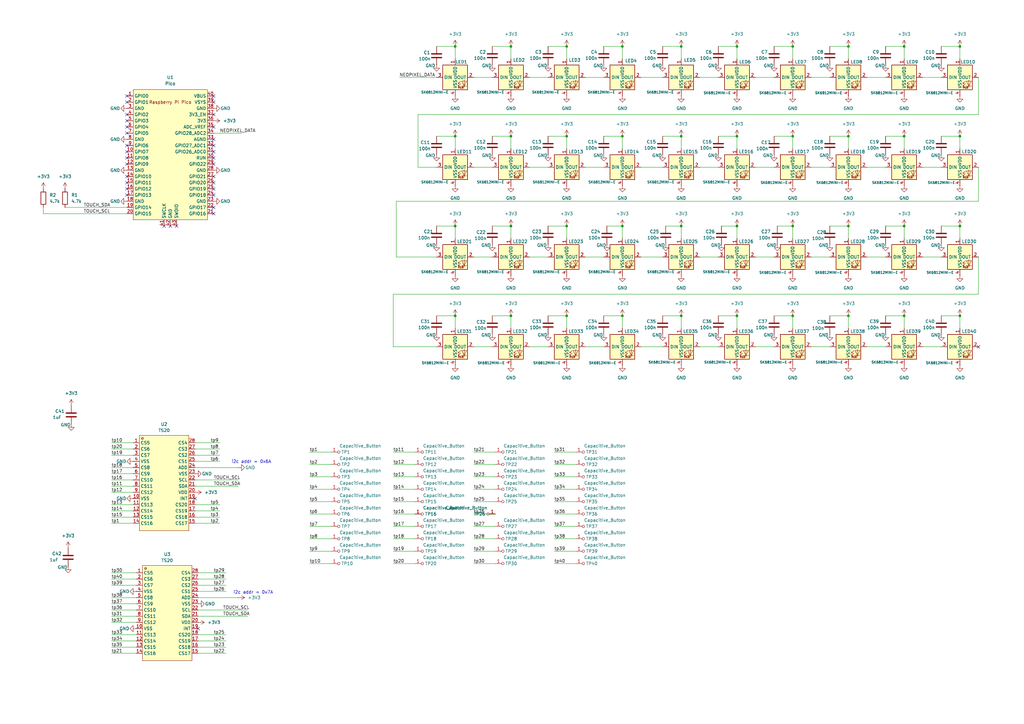
<source format=kicad_sch>
(kicad_sch (version 20231120) (generator "eeschema") (generator_version "8.0")
  (paper "A3")
  (junction (at 209.55 129.54))
  (junction (at 393.7 92.71))
  (junction (at 370.84 19.05))
  (junction (at 209.55 19.05))
  (junction (at 255.27 129.54))
  (junction (at 232.41 92.71))
  (junction (at 209.55 55.88))
  (junction (at 232.41 129.54))
  (junction (at 232.41 55.88))
  (junction (at 370.84 129.54))
  (junction (at 209.55 92.71))
  (junction (at 302.26 55.88))
  (junction (at 325.12 129.54))
  (junction (at 255.27 55.88))
  (junction (at 302.26 129.54))
  (junction (at 393.7 19.05))
  (junction (at 302.26 19.05))
  (junction (at 186.69 92.71))
  (junction (at 186.69 19.05))
  (junction (at 347.98 55.88))
  (junction (at 186.69 55.88))
  (junction (at 325.12 19.05))
  (junction (at 325.12 55.88))
  (junction (at 279.4 55.88))
  (junction (at 347.98 19.05))
  (junction (at 393.7 55.88))
  (junction (at 325.12 92.71))
  (junction (at 255.27 19.05))
  (junction (at 370.84 55.88))
  (junction (at 302.26 92.71))
  (junction (at 347.98 92.71))
  (junction (at 279.4 92.71))
  (junction (at 232.41 19.05))
  (junction (at 393.7 129.54))
  (junction (at 186.69 129.54))
  (junction (at 370.84 92.71))
  (junction (at 279.4 19.05))
  (junction (at 255.27 92.71))
  (junction (at 347.98 129.54))
  (junction (at 279.4 129.54))
  (no_connect (at 401.32 142.24))
  (no_connect (at 52.07 39.37))
  (no_connect (at 52.07 49.53))
  (no_connect (at 87.63 72.39))
  (no_connect (at 87.63 67.31))
  (no_connect (at 87.63 46.99))
  (no_connect (at 87.63 64.77))
  (no_connect (at 72.39 92.71))
  (no_connect (at 52.07 41.91))
  (no_connect (at 52.07 74.93))
  (no_connect (at 87.63 80.01))
  (no_connect (at 52.07 62.23))
  (no_connect (at 87.63 62.23))
  (no_connect (at 87.63 52.07))
  (no_connect (at 87.63 85.09))
  (no_connect (at 87.63 87.63))
  (no_connect (at 87.63 74.93))
  (no_connect (at 87.63 41.91))
  (no_connect (at 67.31 92.71))
  (no_connect (at 52.07 77.47))
  (no_connect (at 52.07 52.07))
  (no_connect (at 81.28 257.81))
  (no_connect (at 52.07 72.39))
  (no_connect (at 52.07 64.77))
  (no_connect (at 52.07 67.31))
  (no_connect (at 69.85 92.71))
  (no_connect (at 87.63 57.15))
  (no_connect (at 52.07 80.01))
  (no_connect (at 80.01 204.47))
  (no_connect (at 87.63 39.37))
  (no_connect (at 87.63 77.47))
  (no_connect (at 52.07 59.69))
  (no_connect (at 87.63 59.69))
  (no_connect (at 52.07 54.61))
  (no_connect (at 52.07 46.99))
  (wire (pts (xy 224.79 55.88) (xy 232.41 55.88)))
  (wire (pts (xy 255.27 92.71) (xy 255.27 97.79)))
  (wire (pts (xy 224.79 92.71) (xy 232.41 92.71)))
  (wire (pts (xy 80.01 212.09) (xy 90.17 212.09)))
  (wire (pts (xy 161.29 190.5) (xy 170.18 190.5)))
  (wire (pts (xy 340.36 68.58) (xy 332.74 68.58)))
  (wire (pts (xy 45.72 237.49) (xy 55.88 237.49)))
  (wire (pts (xy 186.69 127) (xy 186.69 129.54)))
  (wire (pts (xy 201.93 19.05) (xy 209.55 19.05)))
  (wire (pts (xy 340.36 19.05) (xy 347.98 19.05)))
  (wire (pts (xy 294.64 129.54) (xy 302.26 129.54)))
  (wire (pts (xy 194.31 226.06) (xy 203.2 226.06)))
  (wire (pts (xy 262.89 105.41) (xy 271.78 105.41)))
  (wire (pts (xy 262.89 142.24) (xy 271.78 142.24)))
  (wire (pts (xy 127 226.06) (xy 135.89 226.06)))
  (wire (pts (xy 217.17 142.24) (xy 224.79 142.24)))
  (wire (pts (xy 227.33 210.82) (xy 236.22 210.82)))
  (wire (pts (xy 161.29 220.98) (xy 170.18 220.98)))
  (wire (pts (xy 201.93 92.71) (xy 209.55 92.71)))
  (wire (pts (xy 80.01 209.55) (xy 90.17 209.55)))
  (wire (pts (xy 317.5 68.58) (xy 309.88 68.58)))
  (wire (pts (xy 45.72 194.31) (xy 54.61 194.31)))
  (wire (pts (xy 302.26 55.88) (xy 302.26 60.96)))
  (wire (pts (xy 127 190.5) (xy 135.89 190.5)))
  (wire (pts (xy 45.72 245.11) (xy 55.88 245.11)))
  (wire (pts (xy 317.5 31.75) (xy 309.88 31.75)))
  (wire (pts (xy 271.78 19.05) (xy 279.4 19.05)))
  (wire (pts (xy 81.28 265.43) (xy 92.71 265.43)))
  (wire (pts (xy 194.31 200.66) (xy 203.2 200.66)))
  (wire (pts (xy 317.5 142.24) (xy 309.88 142.24)))
  (wire (pts (xy 217.17 31.75) (xy 224.79 31.75)))
  (wire (pts (xy 163.83 31.75) (xy 179.07 31.75)))
  (wire (pts (xy 302.26 92.71) (xy 302.26 97.79)))
  (wire (pts (xy 347.98 92.71) (xy 347.98 97.79)))
  (wire (pts (xy 45.72 191.77) (xy 54.61 191.77)))
  (wire (pts (xy 340.36 105.41) (xy 332.74 105.41)))
  (wire (pts (xy 80.01 191.77) (xy 97.79 191.77)))
  (wire (pts (xy 224.79 19.05) (xy 232.41 19.05)))
  (wire (pts (xy 194.31 231.14) (xy 203.2 231.14)))
  (wire (pts (xy 45.72 252.73) (xy 55.88 252.73)))
  (wire (pts (xy 340.36 31.75) (xy 332.74 31.75)))
  (wire (pts (xy 325.12 129.54) (xy 325.12 134.62)))
  (wire (pts (xy 45.72 234.95) (xy 55.88 234.95)))
  (wire (pts (xy 363.22 31.75) (xy 355.6 31.75)))
  (wire (pts (xy 325.12 92.71) (xy 325.12 97.79)))
  (wire (pts (xy 80.01 207.01) (xy 90.17 207.01)))
  (wire (pts (xy 127 210.82) (xy 135.89 210.82)))
  (wire (pts (xy 45.72 207.01) (xy 54.61 207.01)))
  (wire (pts (xy 80.01 214.63) (xy 90.17 214.63)))
  (wire (pts (xy 45.72 186.69) (xy 54.61 186.69)))
  (wire (pts (xy 194.31 105.41) (xy 201.93 105.41)))
  (wire (pts (xy 171.45 68.58) (xy 179.07 68.58)))
  (wire (pts (xy 370.84 55.88) (xy 370.84 60.96)))
  (wire (pts (xy 194.31 215.9) (xy 203.2 215.9)))
  (wire (pts (xy 45.72 212.09) (xy 54.61 212.09)))
  (wire (pts (xy 87.63 54.61) (xy 99.06 54.61)))
  (wire (pts (xy 127 220.98) (xy 135.89 220.98)))
  (wire (pts (xy 161.29 142.24) (xy 179.07 142.24)))
  (wire (pts (xy 186.69 55.88) (xy 186.69 60.96)))
  (wire (pts (xy 81.28 260.35) (xy 92.71 260.35)))
  (wire (pts (xy 401.32 46.99) (xy 171.45 46.99)))
  (wire (pts (xy 393.7 92.71) (xy 393.7 97.79)))
  (wire (pts (xy 340.36 55.88) (xy 347.98 55.88)))
  (wire (pts (xy 81.28 242.57) (xy 92.71 242.57)))
  (wire (pts (xy 80.01 189.23) (xy 90.17 189.23)))
  (wire (pts (xy 209.55 55.88) (xy 209.55 60.96)))
  (wire (pts (xy 45.72 262.89) (xy 55.88 262.89)))
  (wire (pts (xy 186.69 92.71) (xy 186.69 97.79)))
  (wire (pts (xy 127 200.66) (xy 135.89 200.66)))
  (wire (pts (xy 232.41 19.05) (xy 232.41 24.13)))
  (wire (pts (xy 378.46 31.75) (xy 386.08 31.75)))
  (wire (pts (xy 45.72 255.27) (xy 55.88 255.27)))
  (wire (pts (xy 401.32 31.75) (xy 401.32 46.99)))
  (wire (pts (xy 370.84 19.05) (xy 370.84 24.13)))
  (wire (pts (xy 227.33 205.74) (xy 236.22 205.74)))
  (wire (pts (xy 80.01 186.69) (xy 90.17 186.69)))
  (wire (pts (xy 81.28 240.03) (xy 92.71 240.03)))
  (wire (pts (xy 127 195.58) (xy 135.89 195.58)))
  (wire (pts (xy 240.03 142.24) (xy 247.65 142.24)))
  (wire (pts (xy 179.07 129.54) (xy 186.69 129.54)))
  (wire (pts (xy 287.02 31.75) (xy 294.64 31.75)))
  (wire (pts (xy 81.28 252.73) (xy 101.6 252.73)))
  (wire (pts (xy 179.07 55.88) (xy 186.69 55.88)))
  (wire (pts (xy 162.56 105.41) (xy 179.07 105.41)))
  (wire (pts (xy 317.5 129.54) (xy 325.12 129.54)))
  (wire (pts (xy 171.45 46.99) (xy 171.45 68.58)))
  (wire (pts (xy 302.26 129.54) (xy 302.26 134.62)))
  (wire (pts (xy 325.12 55.88) (xy 325.12 60.96)))
  (wire (pts (xy 294.64 19.05) (xy 302.26 19.05)))
  (wire (pts (xy 224.79 129.54) (xy 232.41 129.54)))
  (wire (pts (xy 363.22 55.88) (xy 370.84 55.88)))
  (wire (pts (xy 45.72 196.85) (xy 54.61 196.85)))
  (wire (pts (xy 317.5 105.41) (xy 309.88 105.41)))
  (wire (pts (xy 378.46 142.24) (xy 386.08 142.24)))
  (wire (pts (xy 80.01 181.61) (xy 90.17 181.61)))
  (wire (pts (xy 271.78 55.88) (xy 279.4 55.88)))
  (wire (pts (xy 161.29 210.82) (xy 170.18 210.82)))
  (wire (pts (xy 161.29 226.06) (xy 170.18 226.06)))
  (wire (pts (xy 186.69 19.05) (xy 186.69 24.13)))
  (wire (pts (xy 161.29 215.9) (xy 170.18 215.9)))
  (wire (pts (xy 363.22 105.41) (xy 355.6 105.41)))
  (wire (pts (xy 294.64 55.88) (xy 302.26 55.88)))
  (wire (pts (xy 45.72 265.43) (xy 55.88 265.43)))
  (wire (pts (xy 363.22 129.54) (xy 370.84 129.54)))
  (wire (pts (xy 340.36 129.54) (xy 347.98 129.54)))
  (wire (pts (xy 81.28 262.89) (xy 92.71 262.89)))
  (wire (pts (xy 401.32 82.55) (xy 401.32 68.58)))
  (wire (pts (xy 393.7 129.54) (xy 393.7 134.62)))
  (wire (pts (xy 386.08 92.71) (xy 393.7 92.71)))
  (wire (pts (xy 17.78 87.63) (xy 17.78 85.09)))
  (wire (pts (xy 227.33 226.06) (xy 236.22 226.06)))
  (wire (pts (xy 271.78 129.54) (xy 279.4 129.54)))
  (wire (pts (xy 26.67 85.09) (xy 52.07 85.09)))
  (wire (pts (xy 227.33 200.66) (xy 236.22 200.66)))
  (wire (pts (xy 247.65 129.54) (xy 255.27 129.54)))
  (wire (pts (xy 45.72 250.19) (xy 55.88 250.19)))
  (wire (pts (xy 347.98 55.88) (xy 347.98 60.96)))
  (wire (pts (xy 340.36 142.24) (xy 332.74 142.24)))
  (wire (pts (xy 80.01 196.85) (xy 97.79 196.85)))
  (wire (pts (xy 363.22 142.24) (xy 355.6 142.24)))
  (wire (pts (xy 194.31 210.82) (xy 203.2 210.82)))
  (wire (pts (xy 45.72 214.63) (xy 54.61 214.63)))
  (wire (pts (xy 194.31 185.42) (xy 203.2 185.42)))
  (wire (pts (xy 194.31 68.58) (xy 201.93 68.58)))
  (wire (pts (xy 370.84 92.71) (xy 363.22 92.71)))
  (wire (pts (xy 340.36 92.71) (xy 347.98 92.71)))
  (wire (pts (xy 201.93 129.54) (xy 209.55 129.54)))
  (wire (pts (xy 287.02 142.24) (xy 294.64 142.24)))
  (wire (pts (xy 194.31 195.58) (xy 203.2 195.58)))
  (wire (pts (xy 45.72 209.55) (xy 54.61 209.55)))
  (wire (pts (xy 227.33 190.5) (xy 236.22 190.5)))
  (wire (pts (xy 317.5 55.88) (xy 325.12 55.88)))
  (wire (pts (xy 363.22 19.05) (xy 370.84 19.05)))
  (wire (pts (xy 194.31 190.5) (xy 203.2 190.5)))
  (wire (pts (xy 179.07 92.71) (xy 186.69 92.71)))
  (wire (pts (xy 81.28 267.97) (xy 92.71 267.97)))
  (wire (pts (xy 186.69 129.54) (xy 186.69 134.62)))
  (wire (pts (xy 227.33 231.14) (xy 236.22 231.14)))
  (wire (pts (xy 209.55 129.54) (xy 209.55 134.62)))
  (wire (pts (xy 209.55 92.71) (xy 209.55 97.79)))
  (wire (pts (xy 247.65 19.05) (xy 255.27 19.05)))
  (wire (pts (xy 179.07 19.05) (xy 186.69 19.05)))
  (wire (pts (xy 302.26 19.05) (xy 302.26 24.13)))
  (wire (pts (xy 317.5 19.05) (xy 325.12 19.05)))
  (wire (pts (xy 347.98 129.54) (xy 347.98 134.62)))
  (wire (pts (xy 386.08 19.05) (xy 393.7 19.05)))
  (wire (pts (xy 217.17 105.41) (xy 224.79 105.41)))
  (wire (pts (xy 370.84 129.54) (xy 370.84 134.62)))
  (wire (pts (xy 227.33 195.58) (xy 236.22 195.58)))
  (wire (pts (xy 45.72 240.03) (xy 55.88 240.03)))
  (wire (pts (xy 227.33 215.9) (xy 236.22 215.9)))
  (wire (pts (xy 255.27 19.05) (xy 255.27 24.13)))
  (wire (pts (xy 80.01 199.39) (xy 97.79 199.39)))
  (wire (pts (xy 363.22 68.58) (xy 355.6 68.58)))
  (wire (pts (xy 127 231.14) (xy 135.89 231.14)))
  (wire (pts (xy 162.56 82.55) (xy 401.32 82.55)))
  (wire (pts (xy 378.46 105.41) (xy 386.08 105.41)))
  (wire (pts (xy 161.29 185.42) (xy 170.18 185.42)))
  (wire (pts (xy 279.4 19.05) (xy 279.4 24.13)))
  (wire (pts (xy 217.17 68.58) (xy 224.79 68.58)))
  (wire (pts (xy 240.03 31.75) (xy 247.65 31.75)))
  (wire (pts (xy 240.03 105.41) (xy 247.65 105.41)))
  (wire (pts (xy 81.28 250.19) (xy 101.6 250.19)))
  (wire (pts (xy 279.4 55.88) (xy 279.4 60.96)))
  (wire (pts (xy 240.03 68.58) (xy 247.65 68.58)))
  (wire (pts (xy 227.33 220.98) (xy 236.22 220.98)))
  (wire (pts (xy 273.05 92.71) (xy 279.4 92.71)))
  (wire (pts (xy 386.08 55.88) (xy 393.7 55.88)))
  (wire (pts (xy 325.12 19.05) (xy 325.12 24.13)))
  (wire (pts (xy 45.72 181.61) (xy 54.61 181.61)))
  (wire (pts (xy 127 205.74) (xy 135.89 205.74)))
  (wire (pts (xy 279.4 92.71) (xy 279.4 97.79)))
  (wire (pts (xy 45.72 260.35) (xy 55.88 260.35)))
  (wire (pts (xy 194.31 205.74) (xy 203.2 205.74)))
  (wire (pts (xy 318.77 92.71) (xy 325.12 92.71)))
  (wire (pts (xy 393.7 55.88) (xy 393.7 60.96)))
  (wire (pts (xy 209.55 19.05) (xy 209.55 24.13)))
  (wire (pts (xy 127 215.9) (xy 135.89 215.9)))
  (wire (pts (xy 386.08 129.54) (xy 393.7 129.54)))
  (wire (pts (xy 287.02 105.41) (xy 294.64 105.41)))
  (wire (pts (xy 81.28 237.49) (xy 92.71 237.49)))
  (wire (pts (xy 401.32 105.41) (xy 401.32 120.65)))
  (wire (pts (xy 232.41 92.71) (xy 232.41 97.79)))
  (wire (pts (xy 287.02 68.58) (xy 294.64 68.58)))
  (wire (pts (xy 81.28 234.95) (xy 92.71 234.95)))
  (wire (pts (xy 393.7 19.05) (xy 393.7 24.13)))
  (wire (pts (xy 81.28 245.11) (xy 97.79 245.11)))
  (wire (pts (xy 80.01 184.15) (xy 90.17 184.15)))
  (wire (pts (xy 401.32 120.65) (xy 161.29 120.65)))
  (wire (pts (xy 161.29 120.65) (xy 161.29 142.24)))
  (wire (pts (xy 378.46 68.58) (xy 386.08 68.58)))
  (wire (pts (xy 194.31 220.98) (xy 203.2 220.98)))
  (wire (pts (xy 201.93 55.88) (xy 209.55 55.88)))
  (wire (pts (xy 17.78 87.63) (xy 52.07 87.63)))
  (wire (pts (xy 127 185.42) (xy 135.89 185.42)))
  (wire (pts (xy 232.41 55.88) (xy 232.41 60.96)))
  (wire (pts (xy 45.72 247.65) (xy 55.88 247.65)))
  (wire (pts (xy 45.72 199.39) (xy 54.61 199.39)))
  (wire (pts (xy 262.89 31.75) (xy 271.78 31.75)))
  (wire (pts (xy 232.41 129.54) (xy 232.41 134.62)))
  (wire (pts (xy 45.72 201.93) (xy 54.61 201.93)))
  (wire (pts (xy 262.89 68.58) (xy 271.78 68.58)))
  (wire (pts (xy 247.65 55.88) (xy 255.27 55.88)))
  (wire (pts (xy 45.72 184.15) (xy 54.61 184.15)))
  (wire (pts (xy 279.4 129.54) (xy 279.4 134.62)))
  (wire (pts (xy 347.98 19.05) (xy 347.98 24.13)))
  (wire (pts (xy 370.84 92.71) (xy 370.84 97.79)))
  (wire (pts (xy 162.56 105.41) (xy 162.56 82.55)))
  (wire (pts (xy 255.27 55.88) (xy 255.27 60.96)))
  (wire (pts (xy 161.29 200.66) (xy 170.18 200.66)))
  (wire (pts (xy 45.72 267.97) (xy 55.88 267.97)))
  (wire (pts (xy 161.29 205.74) (xy 170.18 205.74)))
  (wire (pts (xy 161.29 231.14) (xy 170.18 231.14)))
  (wire (pts (xy 295.91 92.71) (xy 302.26 92.71)))
  (wire (pts (xy 194.31 142.24) (xy 201.93 142.24)))
  (wire (pts (xy 248.92 92.71) (xy 255.27 92.71)))
  (wire (pts (xy 161.29 195.58) (xy 170.18 195.58)))
  (wire (pts (xy 227.33 185.42) (xy 236.22 185.42)))
  (wire (pts (xy 194.31 31.75) (xy 201.93 31.75)))
  (wire (pts (xy 255.27 129.54) (xy 255.27 134.62)))
  (text "i2c addr = 0x7A\n" (at 103.886 243.078 0) (effects (font (size 1.27 1.27))))
  (text "i2c addr = 0x6A\n" (at 103.124 189.484 0) (effects (font (size 1.27 1.27))))
  (label "tp28" (at 87.63 237.49 0))
  (label "tp37" (at 227.33 215.9 0))
  (label "tp32" (at 45.72 255.27 0))
  (label "tp39" (at 45.72 240.03 0))
  (label "tp36" (at 45.72 250.19 0))
  (label "tp31" (at 45.72 252.73 0))
  (label "tp4" (at 86.36 209.55 0))
  (label "tp24" (at 87.63 262.89 0))
  (label "tp15" (at 45.72 212.09 0))
  (label "tp38" (at 45.72 245.11 0))
  (label "TOUCH_SDA" (at 34.29 85.09 0))
  (label "tp37" (at 45.72 247.65 0))
  (label "tp5" (at 86.36 207.01 0))
  (label "tp1" (at 45.72 214.63 0))
  (label "tp29" (at 87.63 234.95 0))
  (label "tp30" (at 45.72 234.95 0))
  (label "tp29" (at 194.31 226.06 0))
  (label "tp18" (at 45.72 191.77 0))
  (label "tp34" (at 45.72 262.89 0))
  (label "TOUCH_SCL" (at 87.63 196.85 0))
  (label "tp6" (at 86.36 189.23 0))
  (label "tp1" (at 127 185.42 0))
  (label "tp26" (at 194.31 210.82 0))
  (label "tp40" (at 227.33 231.14 0))
  (label "tp25" (at 194.31 205.74 0))
  (label "tp16" (at 161.29 210.82 0))
  (label "tp39" (at 227.33 226.06 0))
  (label "tp7" (at 127 215.9 0))
  (label "tp21" (at 45.72 267.97 0))
  (label "tp7" (at 86.36 186.69 0))
  (label "tp2" (at 86.36 214.63 0))
  (label "tp23" (at 194.31 195.58 0))
  (label "tp8" (at 86.36 184.15 0))
  (label "tp14" (at 161.29 200.66 0))
  (label "tp17" (at 161.29 215.9 0))
  (label "tp11" (at 45.72 199.39 0))
  (label "NEOPIXEL_DATA" (at 163.83 31.75 0))
  (label "tp15" (at 161.29 205.74 0))
  (label "tp6" (at 127 210.82 0))
  (label "tp16" (at 45.72 196.85 0))
  (label "tp35" (at 45.72 265.43 0))
  (label "tp14" (at 45.72 209.55 0))
  (label "tp9" (at 127 226.06 0))
  (label "tp19" (at 45.72 186.69 0))
  (label "tp36" (at 227.33 210.82 0))
  (label "tp21" (at 194.31 185.42 0))
  (label "tp38" (at 227.33 220.98 0))
  (label "tp12" (at 161.29 190.5 0))
  (label "tp10" (at 127 231.14 0))
  (label "tp26" (at 87.63 242.57 0))
  (label "tp23" (at 87.63 265.43 0))
  (label "TOUCH_SCL" (at 91.44 250.19 0))
  (label "tp25" (at 87.63 260.35 0))
  (label "tp19" (at 161.29 226.06 0))
  (label "TOUCH_SDA" (at 87.63 199.39 0))
  (label "tp12" (at 45.72 201.93 0))
  (label "tp33" (at 45.72 260.35 0))
  (label "tp20" (at 161.29 231.14 0))
  (label "tp40" (at 45.72 237.49 0))
  (label "TOUCH_SDA" (at 91.44 252.73 0))
  (label "tp5" (at 127 205.74 0))
  (label "tp4" (at 127 200.66 0))
  (label "tp28" (at 194.31 220.98 0))
  (label "tp2" (at 127 190.5 0))
  (label "tp8" (at 127 220.98 0))
  (label "tp33" (at 227.33 195.58 0))
  (label "tp34" (at 227.33 200.66 0))
  (label "tp27" (at 87.63 240.03 0))
  (label "tp13" (at 45.72 207.01 0))
  (label "NEOPIXEL_DATA" (at 90.17 54.61 0))
  (label "tp27" (at 194.31 215.9 0))
  (label "tp13" (at 161.29 195.58 0))
  (label "tp30" (at 194.31 231.14 0))
  (label "tp11" (at 161.29 185.42 0))
  (label "tp3" (at 86.36 212.09 0))
  (label "tp24" (at 194.31 200.66 0))
  (label "tp3" (at 127 195.58 0))
  (label "tp9" (at 86.36 181.61 0))
  (label "tp20" (at 45.72 184.15 0))
  (label "TOUCH_SCL" (at 34.29 87.63 0))
  (label "tp32" (at 227.33 190.5 0))
  (label "tp18" (at 161.29 220.98 0))
  (label "tp17" (at 45.72 194.31 0))
  (label "tp31" (at 227.33 185.42 0))
  (label "tp35" (at 227.33 205.74 0))
  (label "tp10" (at 45.72 181.61 0))
  (label "tp22" (at 87.63 267.97 0))
  (label "tp22" (at 194.31 190.5 0))
  (symbol (lib_id "power:+3V3") (at 279.4 92.71 0) (unit 1)
    (property "Reference" "#PWR049" (effects (hide yes)))
    (property "Value" "+3V3" (at 279.4 87.63 0))
    (property "Description" "Power symbol creates a global label with name \"+3V3\"" (effects (hide yes)))
  )
  (symbol (lib_id "Device:C") (at 317.5 133.35 0) (unit 1)
    (property "Reference" "C37" (at 310.896 131.826 0) (effects (justify left)))
    (property "Value" "100n" (at 309.88 134.366 0) (effects (justify left)))
    (property "Footprint" "Capacitor_SMD:C_0603_1608Metric" (effects (hide yes)))
    (property "Description" "Unpolarized capacitor" (effects (hide yes)))
  )
  (symbol (lib_id "power:GND") (at 186.69 76.2 0) (unit 1)
    (property "Reference" "#PWR022" (effects (hide yes)))
    (property "Value" "GND" (at 186.69 81.28 0))
    (property "Description" "Power symbol creates a global label with name \"GND\" , ground" (effects (hide yes)))
  )
  (symbol (lib_id "power:GND") (at 279.4 39.37 0) (unit 1)
    (property "Reference" "#PWR010" (effects (hide yes)))
    (property "Value" "GND" (at 279.4 44.45 0))
    (property "Description" "Power symbol creates a global label with name \"GND\" , ground" (effects (hide yes)))
  )
  (symbol (lib_id "power:GND") (at 386.08 137.16 0) (unit 1)
    (property "Reference" "#PWR0141" (effects (hide yes)))
    (property "Value" "GND" (at 383.794 137.414 0))
    (property "Description" "Power symbol creates a global label with name \"GND\" , ground" (effects (hide yes)))
  )
  (symbol (lib_id "PCM_marbastlib-various:SK6812MINI-E") (at 186.69 105.41 0) (unit 1)
    (property "Reference" "LED21" (at 190.5 99.06 0))
    (property "Value" "SK6812MINI-E" (at 178.308 111.506 0) (effects (font (size 1 1))))
    (property "Footprint" "PCM_marbastlib-various:LED_6028R" (effects (hide yes)))
    (property "Description" "Reverse mount adressable LED (WS2812 protocol)" (effects (hide yes)))
  )
  (symbol (lib_id "PCM_marbastlib-various:SK6812MINI-E") (at 279.4 105.41 0) (unit 1)
    (property "Reference" "LED25" (at 283.21 99.06 0))
    (property "Value" "SK6812MINI-E" (at 271.018 111.506 0) (effects (font (size 1 1))))
    (property "Footprint" "PCM_marbastlib-various:LED_6028R" (effects (hide yes)))
    (property "Description" "Reverse mount adressable LED (WS2812 protocol)" (effects (hide yes)))
  )
  (symbol (lib_id "power:GND") (at 370.84 149.86 0) (unit 1)
    (property "Reference" "#PWR078" (effects (hide yes)))
    (property "Value" "GND" (at 370.84 154.94 0))
    (property "Description" "Power symbol creates a global label with name \"GND\" , ground" (effects (hide yes)))
  )
  (symbol (lib_id "power:+3V3") (at 393.7 19.05 0) (unit 1)
    (property "Reference" "#PWR019" (effects (hide yes)))
    (property "Value" "+3V3" (at 393.7 13.97 0))
    (property "Description" "Power symbol creates a global label with name \"+3V3\"" (effects (hide yes)))
  )
  (symbol (lib_id "power:+3V3") (at 97.79 245.11 270) (unit 1)
    (property "Reference" "#PWR0101" (effects (hide yes)))
    (property "Value" "+3V3" (at 101.6 245.1099 90) (effects (justify left)))
    (property "Description" "Power symbol creates a global label with name \"+3V3\"" (effects (hide yes)))
  )
  (symbol (lib_id "Device:C") (at 247.65 22.86 0) (unit 1)
    (property "Reference" "C4" (at 242.316 21.336 0) (effects (justify left)))
    (property "Value" "100n" (at 240.03 23.876 0) (effects (justify left)))
    (property "Footprint" "Capacitor_SMD:C_0603_1608Metric" (effects (hide yes)))
    (property "Description" "Unpolarized capacitor" (effects (hide yes)))
  )
  (symbol (lib_id "power:GND") (at 248.92 100.33 0) (unit 1)
    (property "Reference" "#PWR0125" (effects (hide yes)))
    (property "Value" "GND" (at 246.634 100.584 0))
    (property "Description" "Power symbol creates a global label with name \"GND\" , ground" (effects (hide yes)))
  )
  (symbol (lib_id "power:GND") (at 393.7 39.37 0) (unit 1)
    (property "Reference" "#PWR020" (effects (hide yes)))
    (property "Value" "GND" (at 393.7 44.45 0))
    (property "Description" "Power symbol creates a global label with name \"GND\" , ground" (effects (hide yes)))
  )
  (symbol (lib_id "todbot_eagle2023:Capacitive_Button") (at 203.2 205.74 270) (unit 1)
    (property "Reference" "TP25" (at 207.264 205.74 90) (effects (justify left)))
    (property "Value" "Capacitive_Button" (at 206.502 203.2 90) (effects (justify left)))
    (property "Footprint" "todbot_eagle2023:TOUCHPAD_KEY_0.5IN_LEDHOLE" (effects (hide yes)))
    (property "Description" "Capacitive Touch Button" (effects (hide yes)))
  )
  (symbol (lib_id "power:GND") (at 52.07 44.45 270) (unit 1)
    (property "Reference" "#PWR085" (effects (hide yes)))
    (property "Value" "GND" (at 49.276 44.45 90) (effects (justify right)))
    (property "Description" "Power symbol creates a global label with name \"GND\" , ground" (effects (hide yes)))
  )
  (symbol (lib_id "PCM_marbastlib-various:SK6812MINI-E") (at 347.98 31.75 0) (unit 1)
    (property "Reference" "LED8" (at 351.282 25.4 0))
    (property "Value" "SK6812MINI-E" (at 339.852 38.1 0) (effects (font (size 1 1))))
    (property "Footprint" "PCM_marbastlib-various:LED_6028R" (effects (hide yes)))
    (property "Description" "Reverse mount adressable LED (WS2812 protocol)" (effects (hide yes)))
  )
  (symbol (lib_id "todbot_eagle2023:Capacitive_Button") (at 203.2 220.98 270) (unit 1)
    (property "Reference" "TP28" (at 207.264 220.98 90) (effects (justify left)))
    (property "Value" "Capacitive_Button" (at 206.502 218.44 90) (effects (justify left)))
    (property "Footprint" "todbot_eagle2023:TOUCHPAD_KEY_0.5IN_LEDHOLE" (effects (hide yes)))
    (property "Description" "Capacitive Touch Button" (effects (hide yes)))
  )
  (symbol (lib_id "Device:C") (at 294.64 22.86 0) (unit 1)
    (property "Reference" "C6" (at 289.306 21.336 0) (effects (justify left)))
    (property "Value" "100n" (at 287.02 23.876 0) (effects (justify left)))
    (property "Footprint" "Capacitor_SMD:C_0603_1608Metric" (effects (hide yes)))
    (property "Description" "Unpolarized capacitor" (effects (hide yes)))
  )
  (symbol (lib_id "power:GND") (at 52.07 69.85 270) (unit 1)
    (property "Reference" "#PWR087" (effects (hide yes)))
    (property "Value" "GND" (at 49.276 69.85 90) (effects (justify right)))
    (property "Description" "Power symbol creates a global label with name \"GND\" , ground" (effects (hide yes)))
  )
  (symbol (lib_id "power:GND") (at 55.88 257.81 270) (unit 1)
    (property "Reference" "#PWR093" (effects (hide yes)))
    (property "Value" "GND" (at 53.086 257.81 90) (effects (justify right)))
    (property "Description" "Power symbol creates a global label with name \"GND\" , ground" (effects (hide yes)))
  )
  (symbol (lib_id "power:GND") (at 52.07 57.15 270) (unit 1)
    (property "Reference" "#PWR086" (effects (hide yes)))
    (property "Value" "GND" (at 49.276 57.15 90) (effects (justify right)))
    (property "Description" "Power symbol creates a global label with name \"GND\" , ground" (effects (hide yes)))
  )
  (symbol (lib_id "Device:C") (at 271.78 22.86 0) (unit 1)
    (property "Reference" "C5" (at 266.446 21.336 0) (effects (justify left)))
    (property "Value" "100n" (at 264.16 23.876 0) (effects (justify left)))
    (property "Footprint" "Capacitor_SMD:C_0603_1608Metric" (effects (hide yes)))
    (property "Description" "Unpolarized capacitor" (effects (hide yes)))
  )
  (symbol (lib_id "power:+3V3") (at 347.98 92.71 0) (unit 1)
    (property "Reference" "#PWR055" (effects (hide yes)))
    (property "Value" "+3V3" (at 347.98 87.63 0))
    (property "Description" "Power symbol creates a global label with name \"+3V3\"" (effects (hide yes)))
  )
  (symbol (lib_id "Device:R") (at 17.78 81.28 0) (unit 1)
    (property "Reference" "R2" (at 20.32 80.0099 0) (effects (justify left)))
    (property "Value" "4.7k" (at 20.32 82.5499 0) (effects (justify left)))
    (property "Footprint" "Resistor_SMD:R_0603_1608Metric" (effects (hide yes)))
    (property "Description" "Resistor" (effects (hide yes)))
  )
  (symbol (lib_id "power:GND") (at 363.22 100.33 0) (unit 1)
    (property "Reference" "#PWR0130" (effects (hide yes)))
    (property "Value" "GND" (at 360.934 100.584 0))
    (property "Description" "Power symbol creates a global label with name \"GND\" , ground" (effects (hide yes)))
  )
  (symbol (lib_id "power:GND") (at 201.93 26.67 0) (unit 1)
    (property "Reference" "#PWR0105" (effects (hide yes)))
    (property "Value" "GND" (at 199.644 26.924 0))
    (property "Description" "Power symbol creates a global label with name \"GND\" , ground" (effects (hide yes)))
  )
  (symbol (lib_id "PCM_marbastlib-various:SK6812MINI-E") (at 279.4 68.58 0) (unit 1)
    (property "Reference" "LED15" (at 283.21 62.23 0))
    (property "Value" "SK6812MINI-E" (at 271.018 74.676 0) (effects (font (size 1 1))))
    (property "Footprint" "PCM_marbastlib-various:LED_6028R" (effects (hide yes)))
    (property "Description" "Reverse mount adressable LED (WS2812 protocol)" (effects (hide yes)))
  )
  (symbol (lib_id "power:GND") (at 255.27 76.2 0) (unit 1)
    (property "Reference" "#PWR028" (effects (hide yes)))
    (property "Value" "GND" (at 255.27 81.28 0))
    (property "Description" "Power symbol creates a global label with name \"GND\" , ground" (effects (hide yes)))
  )
  (symbol (lib_id "power:GND") (at 370.84 39.37 0) (unit 1)
    (property "Reference" "#PWR018" (effects (hide yes)))
    (property "Value" "GND" (at 370.84 44.45 0))
    (property "Description" "Power symbol creates a global label with name \"GND\" , ground" (effects (hide yes)))
  )
  (symbol (lib_id "power:+3V3") (at 232.41 129.54 0) (unit 1)
    (property "Reference" "#PWR065" (effects (hide yes)))
    (property "Value" "+3V3" (at 232.41 124.46 0))
    (property "Description" "Power symbol creates a global label with name \"+3V3\"" (effects (hide yes)))
  )
  (symbol (lib_id "power:+3V3") (at 325.12 129.54 0) (unit 1)
    (property "Reference" "#PWR073" (effects (hide yes)))
    (property "Value" "+3V3" (at 325.12 124.46 0))
    (property "Description" "Power symbol creates a global label with name \"+3V3\"" (effects (hide yes)))
  )
  (symbol (lib_id "power:GND") (at 224.79 26.67 0) (unit 1)
    (property "Reference" "#PWR0102" (effects (hide yes)))
    (property "Value" "GND" (at 222.504 26.924 0))
    (property "Description" "Power symbol creates a global label with name \"GND\" , ground" (effects (hide yes)))
  )
  (symbol (lib_id "power:+3V3") (at 17.78 77.47 0) (unit 1)
    (property "Reference" "#PWR095" (effects (hide yes)))
    (property "Value" "+3V3" (at 17.78 72.39 0))
    (property "Description" "Power symbol creates a global label with name \"+3V3\"" (effects (hide yes)))
  )
  (symbol (lib_id "todbot_eagle2023:Capacitive_Button") (at 170.18 205.74 270) (unit 1)
    (property "Reference" "TP15" (at 174.244 205.74 90) (effects (justify left)))
    (property "Value" "Capacitive_Button" (at 173.482 203.2 90) (effects (justify left)))
    (property "Footprint" "todbot_eagle2023:TOUCHPAD_KEY_0.5IN_LEDHOLE" (effects (hide yes)))
    (property "Description" "Capacitive Touch Button" (effects (hide yes)))
  )
  (symbol (lib_id "todbot_eagle2023:Capacitive_Button") (at 236.22 185.42 270) (unit 1)
    (property "Reference" "TP31" (at 240.284 185.42 90) (effects (justify left)))
    (property "Value" "Capacitive_Button" (at 239.522 182.88 90) (effects (justify left)))
    (property "Footprint" "todbot_eagle2023:TOUCHPAD_KEY_0.5IN_LEDHOLE" (effects (hide yes)))
    (property "Description" "Capacitive Touch Button" (effects (hide yes)))
  )
  (symbol (lib_id "power:GND") (at 325.12 76.2 0) (unit 1)
    (property "Reference" "#PWR034" (effects (hide yes)))
    (property "Value" "GND" (at 325.12 81.28 0))
    (property "Description" "Power symbol creates a global label with name \"GND\" , ground" (effects (hide yes)))
  )
  (symbol (lib_id "PCM_marbastlib-various:SK6812MINI-E") (at 347.98 68.58 0) (unit 1)
    (property "Reference" "LED18" (at 351.79 62.23 0))
    (property "Value" "SK6812MINI-E" (at 340.36 74.93 0) (effects (font (size 1 1))))
    (property "Footprint" "PCM_marbastlib-various:LED_6028R" (effects (hide yes)))
    (property "Description" "Reverse mount adressable LED (WS2812 protocol)" (effects (hide yes)))
  )
  (symbol (lib_id "power:GND") (at 247.65 137.16 0) (unit 1)
    (property "Reference" "#PWR083" (effects (hide yes)))
    (property "Value" "GND" (at 245.364 137.414 0))
    (property "Description" "Power symbol creates a global label with name \"GND\" , ground" (effects (hide yes)))
  )
  (symbol (lib_id "power:GND") (at 302.26 39.37 0) (unit 1)
    (property "Reference" "#PWR012" (effects (hide yes)))
    (property "Value" "GND" (at 302.26 44.45 0))
    (property "Description" "Power symbol creates a global label with name \"GND\" , ground" (effects (hide yes)))
  )
  (symbol (lib_id "todbot_eagle2023:Capacitive_Button") (at 170.18 215.9 270) (unit 1)
    (property "Reference" "TP17" (at 174.244 215.9 90) (effects (justify left)))
    (property "Value" "Capacitive_Button" (at 173.482 213.36 90) (effects (justify left)))
    (property "Footprint" "todbot_eagle2023:TOUCHPAD_KEY_0.5IN_LEDHOLE" (effects (hide yes)))
    (property "Description" "Capacitive Touch Button" (effects (hide yes)))
  )
  (symbol (lib_id "power:+3V3") (at 325.12 92.71 0) (unit 1)
    (property "Reference" "#PWR053" (effects (hide yes)))
    (property "Value" "+3V3" (at 325.12 87.63 0))
    (property "Description" "Power symbol creates a global label with name \"+3V3\"" (effects (hide yes)))
  )
  (symbol (lib_id "PCM_marbastlib-various:SK6812MINI-E") (at 325.12 31.75 0) (unit 1)
    (property "Reference" "LED7" (at 328.422 25.4 0))
    (property "Value" "SK6812MINI-E" (at 316.992 38.1 0) (effects (font (size 1 1))))
    (property "Footprint" "PCM_marbastlib-various:LED_6028R" (effects (hide yes)))
    (property "Description" "Reverse mount adressable LED (WS2812 protocol)" (effects (hide yes)))
  )
  (symbol (lib_id "power:GND") (at 209.55 76.2 0) (unit 1)
    (property "Reference" "#PWR024" (effects (hide yes)))
    (property "Value" "GND" (at 209.55 81.28 0))
    (property "Description" "Power symbol creates a global label with name \"GND\" , ground" (effects (hide yes)))
  )
  (symbol (lib_id "power:GND") (at 80.01 194.31 90) (unit 1)
    (property "Reference" "#PWR096" (effects (hide yes)))
    (property "Value" "GND" (at 82.804 194.31 90) (effects (justify right)))
    (property "Description" "Power symbol creates a global label with name \"GND\" , ground" (effects (hide yes)))
  )
  (symbol (lib_id "power:+3V3") (at 255.27 55.88 0) (unit 1)
    (property "Reference" "#PWR027" (effects (hide yes)))
    (property "Value" "+3V3" (at 255.27 50.8 0))
    (property "Description" "Power symbol creates a global label with name \"+3V3\"" (effects (hide yes)))
  )
  (symbol (lib_id "Device:C") (at 201.93 96.52 0) (unit 1)
    (property "Reference" "C22" (at 195.326 95.25 0) (effects (justify left)))
    (property "Value" "100n" (at 194.564 97.79 0) (effects (justify left)))
    (property "Footprint" "Capacitor_SMD:C_0603_1608Metric" (effects (hide yes)))
    (property "Description" "Unpolarized capacitor" (effects (hide yes)))
  )
  (symbol (lib_id "PCM_marbastlib-various:SK6812MINI-E") (at 302.26 105.41 0) (unit 1)
    (property "Reference" "LED26" (at 306.07 99.06 0))
    (property "Value" "SK6812MINI-E" (at 293.878 111.506 0) (effects (font (size 1 1))))
    (property "Footprint" "PCM_marbastlib-various:LED_6028R" (effects (hide yes)))
    (property "Description" "Reverse mount adressable LED (WS2812 protocol)" (effects (hide yes)))
  )
  (symbol (lib_id "power:+3V3") (at 347.98 129.54 0) (unit 1)
    (property "Reference" "#PWR075" (effects (hide yes)))
    (property "Value" "+3V3" (at 347.98 124.46 0))
    (property "Description" "Power symbol creates a global label with name \"+3V3\"" (effects (hide yes)))
  )
  (symbol (lib_id "power:GND") (at 370.84 76.2 0) (unit 1)
    (property "Reference" "#PWR038" (effects (hide yes)))
    (property "Value" "GND" (at 370.84 81.28 0))
    (property "Description" "Power symbol creates a global label with name \"GND\" , ground" (effects (hide yes)))
  )
  (symbol (lib_id "power:GND") (at 271.78 26.67 0) (unit 1)
    (property "Reference" "#PWR0106" (effects (hide yes)))
    (property "Value" "GND" (at 269.494 26.924 0))
    (property "Description" "Power symbol creates a global label with name \"GND\" , ground" (effects (hide yes)))
  )
  (symbol (lib_id "power:GND") (at 255.27 149.86 0) (unit 1)
    (property "Reference" "#PWR068" (effects (hide yes)))
    (property "Value" "GND" (at 255.27 154.94 0))
    (property "Description" "Power symbol creates a global label with name \"GND\" , ground" (effects (hide yes)))
  )
  (symbol (lib_id "power:GND") (at 232.41 76.2 0) (unit 1)
    (property "Reference" "#PWR026" (effects (hide yes)))
    (property "Value" "GND" (at 232.41 81.28 0))
    (property "Description" "Power symbol creates a global label with name \"GND\" , ground" (effects (hide yes)))
  )
  (symbol (lib_id "Device:C") (at 294.64 133.35 0) (unit 1)
    (property "Reference" "C36" (at 288.036 131.826 0) (effects (justify left)))
    (property "Value" "100n" (at 287.02 134.366 0) (effects (justify left)))
    (property "Footprint" "Capacitor_SMD:C_0603_1608Metric" (effects (hide yes)))
    (property "Description" "Unpolarized capacitor" (effects (hide yes)))
  )
  (symbol (lib_id "PCM_marbastlib-various:SK6812MINI-E") (at 325.12 68.58 0) (unit 1)
    (property "Reference" "LED17" (at 328.93 62.23 0))
    (property "Value" "SK6812MINI-E" (at 317.5 74.93 0) (effects (font (size 1 1))))
    (property "Footprint" "PCM_marbastlib-various:LED_6028R" (effects (hide yes)))
    (property "Description" "Reverse mount adressable LED (WS2812 protocol)" (effects (hide yes)))
  )
  (symbol (lib_id "power:GND") (at 317.5 26.67 0) (unit 1)
    (property "Reference" "#PWR0108" (effects (hide yes)))
    (property "Value" "GND" (at 315.214 26.924 0))
    (property "Description" "Power symbol creates a global label with name \"GND\" , ground" (effects (hide yes)))
  )
  (symbol (lib_id "todbot_stuff:TS20_easyeda") (at 67.31 198.12 0) (unit 1)
    (property "Reference" "U2" (at 67.31 173.99 0))
    (property "Value" "TS20" (at 67.31 176.53 0))
    (property "Footprint" "easyeda2kicad:TSSOP-28_L9.7-W4.4-P0.65-LS6.4-BL" (effects (hide yes)))
    (property "Datasheet" "https://lcsc.com/product-detail/Touch-Screen-Controller-ICs_TS20_C95876.html" (effects (hide yes)))
    (property "LCSC Part" "C95876" (effects (hide yes)))
  )
  (symbol (lib_id "Device:C") (at 340.36 133.35 0) (unit 1)
    (property "Reference" "C38" (at 335.026 132.08 0) (effects (justify left)))
    (property "Value" "100n" (at 332.994 134.62 0) (effects (justify left)))
    (property "Footprint" "Capacitor_SMD:C_0603_1608Metric" (effects (hide yes)))
    (property "Description" "Unpolarized capacitor" (effects (hide yes)))
  )
  (symbol (lib_id "power:+3V3") (at 370.84 129.54 0) (unit 1)
    (property "Reference" "#PWR077" (effects (hide yes)))
    (property "Value" "+3V3" (at 370.84 124.46 0))
    (property "Description" "Power symbol creates a global label with name \"+3V3\"" (effects (hide yes)))
  )
  (symbol (lib_id "PCM_marbastlib-various:SK6812MINI-E") (at 279.4 142.24 0) (unit 1)
    (property "Reference" "LED35" (at 283.21 135.89 0))
    (property "Value" "SK6812MINI-E" (at 271.526 148.59 0) (effects (font (size 1 1))))
    (property "Footprint" "PCM_marbastlib-various:LED_6028R" (effects (hide yes)))
    (property "Description" "Reverse mount adressable LED (WS2812 protocol)" (effects (hide yes)))
  )
  (symbol (lib_id "PCM_marbastlib-various:SK6812MINI-E") (at 370.84 68.58 0) (unit 1)
    (property "Reference" "LED19" (at 374.65 62.23 0))
    (property "Value" "SK6812MINI-E" (at 363.22 74.93 0) (effects (font (size 1 1))))
    (property "Footprint" "PCM_marbastlib-various:LED_6028R" (effects (hide yes)))
    (property "Description" "Reverse mount adressable LED (WS2812 protocol)" (effects (hide yes)))
  )
  (symbol (lib_id "power:GND") (at 247.65 26.67 0) (unit 1)
    (property "Reference" "#PWR0104" (effects (hide yes)))
    (property "Value" "GND" (at 245.364 26.924 0))
    (property "Description" "Power symbol creates a global label with name \"GND\" , ground" (effects (hide yes)))
  )
  (symbol (lib_id "todbot_eagle2023:Capacitive_Button") (at 236.22 210.82 270) (unit 1)
    (property "Reference" "TP36" (at 240.284 210.82 90) (effects (justify left)))
    (property "Value" "Capacitive_Button" (at 239.522 208.28 90) (effects (justify left)))
    (property "Footprint" "todbot_eagle2023:TOUCHPAD_KEY_0.5IN_LEDHOLE" (effects (hide yes)))
    (property "Description" "Capacitive Touch Button" (effects (hide yes)))
  )
  (symbol (lib_id "todbot_eagle2023:Capacitive_Button") (at 236.22 190.5 270) (unit 1)
    (property "Reference" "TP32" (at 240.284 190.5 90) (effects (justify left)))
    (property "Value" "Capacitive_Button" (at 239.522 187.96 90) (effects (justify left)))
    (property "Footprint" "todbot_eagle2023:TOUCHPAD_KEY_0.5IN_LEDHOLE" (effects (hide yes)))
    (property "Description" "Capacitive Touch Button" (effects (hide yes)))
  )
  (symbol (lib_id "power:GND") (at 294.64 63.5 0) (unit 1)
    (property "Reference" "#PWR0117" (effects (hide yes)))
    (property "Value" "GND" (at 292.354 63.754 0))
    (property "Description" "Power symbol creates a global label with name \"GND\" , ground" (effects (hide yes)))
  )
  (symbol (lib_id "power:GND") (at 87.63 69.85 90) (unit 1)
    (property "Reference" "#PWR082" (effects (hide yes)))
    (property "Value" "GND" (at 90.424 69.85 90) (effects (justify right)))
    (property "Description" "Power symbol creates a global label with name \"GND\" , ground" (effects (hide yes)))
  )
  (symbol (lib_id "power:GND") (at 318.77 100.33 0) (unit 1)
    (property "Reference" "#PWR0128" (effects (hide yes)))
    (property "Value" "GND" (at 316.484 100.584 0))
    (property "Description" "Power symbol creates a global label with name \"GND\" , ground" (effects (hide yes)))
  )
  (symbol (lib_id "power:GND") (at 179.07 63.5 0) (unit 1)
    (property "Reference" "#PWR0112" (effects (hide yes)))
    (property "Value" "GND" (at 176.53 63.754 0))
    (property "Description" "Power symbol creates a global label with name \"GND\" , ground" (effects (hide yes)))
  )
  (symbol (lib_id "power:+3V3") (at 279.4 129.54 0) (unit 1)
    (property "Reference" "#PWR069" (effects (hide yes)))
    (property "Value" "+3V3" (at 279.4 124.46 0))
    (property "Description" "Power symbol creates a global label with name \"+3V3\"" (effects (hide yes)))
  )
  (symbol (lib_id "power:GND") (at 279.4 76.2 0) (unit 1)
    (property "Reference" "#PWR030" (effects (hide yes)))
    (property "Value" "GND" (at 279.4 81.28 0))
    (property "Description" "Power symbol creates a global label with name \"GND\" , ground" (effects (hide yes)))
  )
  (symbol (lib_id "PCM_marbastlib-various:SK6812MINI-E") (at 302.26 142.24 0) (unit 1)
    (property "Reference" "LED36" (at 306.07 135.89 0))
    (property "Value" "SK6812MINI-E" (at 294.386 148.59 0) (effects (font (size 1 1))))
    (property "Footprint" "PCM_marbastlib-various:LED_6028R" (effects (hide yes)))
    (property "Description" "Reverse mount adressable LED (WS2812 protocol)" (effects (hide yes)))
  )
  (symbol (lib_id "power:+3V3") (at 393.7 92.71 0) (unit 1)
    (property "Reference" "#PWR059" (effects (hide yes)))
    (property "Value" "+3V3" (at 393.7 87.63 0))
    (property "Description" "Power symbol creates a global label with name \"+3V3\"" (effects (hide yes)))
  )
  (symbol (lib_id "todbot_stuff:TS20_easyeda") (at 68.58 251.46 0) (unit 1)
    (property "Reference" "U3" (at 68.58 227.33 0))
    (property "Value" "TS20" (at 68.58 229.87 0))
    (property "Footprint" "easyeda2kicad:TSSOP-28_L9.7-W4.4-P0.65-LS6.4-BL" (effects (hide yes)))
    (property "Datasheet" "https://lcsc.com/product-detail/Touch-Screen-Controller-ICs_TS20_C95876.html" (effects (hide yes)))
    (property "LCSC Part" "C95876" (effects (hide yes)))
  )
  (symbol (lib_id "PCM_marbastlib-various:SK6812MINI-E") (at 186.69 68.58 0) (unit 1)
    (property "Reference" "LED11" (at 190.5 62.23 0))
    (property "Value" "SK6812MINI-E" (at 178.308 74.676 0) (effects (font (size 1 1))))
    (property "Footprint" "PCM_marbastlib-various:LED_6028R" (effects (hide yes)))
    (property "Description" "Reverse mount adressable LED (WS2812 protocol)" (effects (hide yes)))
  )
  (symbol (lib_id "Device:C") (at 363.22 96.52 0) (unit 1)
    (property "Reference" "C29" (at 356.616 94.996 0) (effects (justify left)))
    (property "Value" "100n" (at 355.6 97.536 0) (effects (justify left)))
    (property "Footprint" "Capacitor_SMD:C_0603_1608Metric" (effects (hide yes)))
    (property "Description" "Unpolarized capacitor" (effects (hide yes)))
  )
  (symbol (lib_id "PCM_marbastlib-various:SK6812MINI-E") (at 209.55 31.75 0) (unit 1)
    (property "Reference" "LED2" (at 212.852 24.638 0))
    (property "Value" "SK6812MINI-E" (at 201.168 37.846 0) (effects (font (size 1 1))))
    (property "Footprint" "PCM_marbastlib-various:LED_6028R" (effects (hide yes)))
    (property "Description" "Reverse mount adressable LED (WS2812 protocol)" (effects (hide yes)))
  )
  (symbol (lib_id "PCM_marbastlib-various:SK6812MINI-E") (at 393.7 105.41 0) (unit 1)
    (property "Reference" "LED30" (at 397.51 99.06 0))
    (property "Value" "SK6812MINI-E" (at 385.572 111.76 0) (effects (font (size 1 1))))
    (property "Footprint" "PCM_marbastlib-various:LED_6028R" (effects (hide yes)))
    (property "Description" "Reverse mount adressable LED (WS2812 protocol)" (effects (hide yes)))
  )
  (symbol (lib_id "PCM_marbastlib-various:SK6812MINI-E") (at 209.55 68.58 0) (unit 1)
    (property "Reference" "LED12" (at 213.36 62.23 0))
    (property "Value" "SK6812MINI-E" (at 201.168 74.676 0) (effects (font (size 1 1))))
    (property "Footprint" "PCM_marbastlib-various:LED_6028R" (effects (hide yes)))
    (property "Description" "Reverse mount adressable LED (WS2812 protocol)" (effects (hide yes)))
  )
  (symbol (lib_id "power:GND") (at 179.07 100.33 0) (unit 1)
    (property "Reference" "#PWR0122" (effects (hide yes)))
    (property "Value" "GND" (at 176.784 100.584 0))
    (property "Description" "Power symbol creates a global label with name \"GND\" , ground" (effects (hide yes)))
  )
  (symbol (lib_id "PCM_marbastlib-various:SK6812MINI-E") (at 393.7 142.24 0) (unit 1)
    (property "Reference" "LED40" (at 397.51 135.89 0))
    (property "Value" "SK6812MINI-E" (at 385.318 148.844 0) (effects (font (size 1 1))))
    (property "Footprint" "PCM_marbastlib-various:LED_6028R" (effects (hide yes)))
    (property "Description" "Reverse mount adressable LED (WS2812 protocol)" (effects (hide yes)))
  )
  (symbol (lib_id "PCM_marbastlib-various:SK6812MINI-E") (at 302.26 31.75 0) (unit 1)
    (property "Reference" "LED6" (at 305.562 25.4 0))
    (property "Value" "SK6812MINI-E" (at 294.132 38.1 0) (effects (font (size 1 1))))
    (property "Footprint" "PCM_marbastlib-various:LED_6028R" (effects (hide yes)))
    (property "Description" "Reverse mount adressable LED (WS2812 protocol)" (effects (hide yes)))
  )
  (symbol (lib_id "todbot_eagle2023:Capacitive_Button") (at 170.18 220.98 270) (unit 1)
    (property "Reference" "TP18" (at 174.244 220.98 90) (effects (justify left)))
    (property "Value" "Capacitive_Button" (at 173.482 218.44 90) (effects (justify left)))
    (property "Footprint" "todbot_eagle2023:TOUCHPAD_KEY_0.5IN_LEDHOLE" (effects (hide yes)))
    (property "Description" "Capacitive Touch Button" (effects (hide yes)))
  )
  (symbol (lib_id "power:GND") (at 271.78 137.16 0) (unit 1)
    (property "Reference" "#PWR0136" (effects (hide yes)))
    (property "Value" "GND" (at 269.494 137.414 0))
    (property "Description" "Power symbol creates a global label with name \"GND\" , ground" (effects (hide yes)))
  )
  (symbol (lib_id "power:GND") (at 209.55 113.03 0) (unit 1)
    (property "Reference" "#PWR044" (effects (hide yes)))
    (property "Value" "GND" (at 209.55 118.11 0))
    (property "Description" "Power symbol creates a global label with name \"GND\" , ground" (effects (hide yes)))
  )
  (symbol (lib_id "power:GND") (at 279.4 149.86 0) (unit 1)
    (property "Reference" "#PWR070" (effects (hide yes)))
    (property "Value" "GND" (at 279.4 154.94 0))
    (property "Description" "Power symbol creates a global label with name \"GND\" , ground" (effects (hide yes)))
  )
  (symbol (lib_id "Device:C") (at 363.22 22.86 0) (unit 1)
    (property "Reference" "C9" (at 357.886 21.336 0) (effects (justify left)))
    (property "Value" "100n" (at 355.6 23.876 0) (effects (justify left)))
    (property "Footprint" "Capacitor_SMD:C_0603_1608Metric" (effects (hide yes)))
    (property "Description" "Unpolarized capacitor" (effects (hide yes)))
  )
  (symbol (lib_id "power:GND") (at 273.05 100.33 0) (unit 1)
    (property "Reference" "#PWR0126" (effects (hide yes)))
    (property "Value" "GND" (at 270.764 100.584 0))
    (property "Description" "Power symbol creates a global label with name \"GND\" , ground" (effects (hide yes)))
  )
  (symbol (lib_id "Device:C") (at 29.21 170.18 0) (unit 1)
    (property "Reference" "C41" (at 22.606 168.656 0) (effects (justify left)))
    (property "Value" "1uF" (at 21.59 171.196 0) (effects (justify left)))
    (property "Footprint" "Capacitor_SMD:C_0603_1608Metric" (effects (hide yes)))
    (property "Description" "Unpolarized capacitor" (effects (hide yes)))
  )
  (symbol (lib_id "Device:C") (at 247.65 59.69 0) (unit 1)
    (property "Reference" "C14" (at 241.046 58.166 0) (effects (justify left)))
    (property "Value" "100n" (at 240.03 60.706 0) (effects (justify left)))
    (property "Footprint" "Capacitor_SMD:C_0603_1608Metric" (effects (hide yes)))
    (property "Description" "Unpolarized capacitor" (effects (hide yes)))
  )
  (symbol (lib_id "power:GND") (at 325.12 113.03 0) (unit 1)
    (property "Reference" "#PWR054" (effects (hide yes)))
    (property "Value" "GND" (at 325.12 118.11 0))
    (property "Description" "Power symbol creates a global label with name \"GND\" , ground" (effects (hide yes)))
  )
  (symbol (lib_id "Device:C") (at 271.78 133.35 0) (unit 1)
    (property "Reference" "C35" (at 265.176 131.826 0) (effects (justify left)))
    (property "Value" "100n" (at 264.16 134.366 0) (effects (justify left)))
    (property "Footprint" "Capacitor_SMD:C_0603_1608Metric" (effects (hide yes)))
    (property "Description" "Unpolarized capacitor" (effects (hide yes)))
  )
  (symbol (lib_id "power:GND") (at 247.65 63.5 0) (unit 1)
    (property "Reference" "#PWR0115" (effects (hide yes)))
    (property "Value" "GND" (at 245.364 63.754 0))
    (property "Description" "Power symbol creates a global label with name \"GND\" , ground" (effects (hide yes)))
  )
  (symbol (lib_id "todbot_eagle2023:Capacitive_Button") (at 135.89 226.06 270) (unit 1)
    (property "Reference" "TP9" (at 139.954 226.06 90) (effects (justify left)))
    (property "Value" "Capacitive_Button" (at 139.192 223.52 90) (effects (justify left)))
    (property "Footprint" "todbot_eagle2023:TOUCHPAD_KEY_0.5IN_LEDHOLE" (effects (hide yes)))
    (property "Description" "Capacitive Touch Button" (effects (hide yes)))
  )
  (symbol (lib_id "power:+3V3") (at 232.41 55.88 0) (unit 1)
    (property "Reference" "#PWR025" (effects (hide yes)))
    (property "Value" "+3V3" (at 232.41 50.8 0))
    (property "Description" "Power symbol creates a global label with name \"+3V3\"" (effects (hide yes)))
  )
  (symbol (lib_id "todbot_eagle2023:Capacitive_Button") (at 236.22 220.98 270) (unit 1)
    (property "Reference" "TP38" (at 240.284 220.98 90) (effects (justify left)))
    (property "Value" "Capacitive_Button" (at 239.522 218.44 90) (effects (justify left)))
    (property "Footprint" "todbot_eagle2023:TOUCHPAD_KEY_0.5IN_LEDHOLE" (effects (hide yes)))
    (property "Description" "Capacitive Touch Button" (effects (hide yes)))
  )
  (symbol (lib_id "Device:C") (at 273.05 96.52 0) (unit 1)
    (property "Reference" "C25" (at 266.446 94.996 0) (effects (justify left)))
    (property "Value" "100n" (at 265.43 97.536 0) (effects (justify left)))
    (property "Footprint" "Capacitor_SMD:C_0603_1608Metric" (effects (hide yes)))
    (property "Description" "Unpolarized capacitor" (effects (hide yes)))
  )
  (symbol (lib_id "power:GND") (at 363.22 63.5 0) (unit 1)
    (property "Reference" "#PWR0120" (effects (hide yes)))
    (property "Value" "GND" (at 360.934 63.754 0))
    (property "Description" "Power symbol creates a global label with name \"GND\" , ground" (effects (hide yes)))
  )
  (symbol (lib_id "power:+3V3") (at 232.41 92.71 0) (unit 1)
    (property "Reference" "#PWR045" (effects (hide yes)))
    (property "Value" "+3V3" (at 232.41 87.63 0))
    (property "Description" "Power symbol creates a global label with name \"+3V3\"" (effects (hide yes)))
  )
  (symbol (lib_id "power:+3V3") (at 209.55 55.88 0) (unit 1)
    (property "Reference" "#PWR023" (effects (hide yes)))
    (property "Value" "+3V3" (at 209.55 50.8 0))
    (property "Description" "Power symbol creates a global label with name \"+3V3\"" (effects (hide yes)))
  )
  (symbol (lib_id "power:GND") (at 271.78 63.5 0) (unit 1)
    (property "Reference" "#PWR0116" (effects (hide yes)))
    (property "Value" "GND" (at 269.494 63.754 0))
    (property "Description" "Power symbol creates a global label with name \"GND\" , ground" (effects (hide yes)))
  )
  (symbol (lib_id "power:+3V3") (at 27.94 224.79 0) (unit 1)
    (property "Reference" "#PWR0144" (effects (hide yes)))
    (property "Value" "+3V3" (at 27.94 219.71 0))
    (property "Description" "Power symbol creates a global label with name \"+3V3\"" (effects (hide yes)))
  )
  (symbol (lib_id "power:+3V3") (at 80.01 201.93 270) (unit 1)
    (property "Reference" "#PWR099" (effects (hide yes)))
    (property "Value" "+3V3" (at 83.82 201.9299 90) (effects (justify left)))
    (property "Description" "Power symbol creates a global label with name \"+3V3\"" (effects (hide yes)))
  )
  (symbol (lib_id "todbot_eagle2023:Capacitive_Button") (at 236.22 200.66 270) (unit 1)
    (property "Reference" "TP34" (at 240.284 200.66 90) (effects (justify left)))
    (property "Value" "Capacitive_Button" (at 239.522 198.12 90) (effects (justify left)))
    (property "Footprint" "todbot_eagle2023:TOUCHPAD_KEY_0.5IN_LEDHOLE" (effects (hide yes)))
    (property "Description" "Capacitive Touch Button" (effects (hide yes)))
  )
  (symbol (lib_id "power:GND") (at 393.7 149.86 0) (unit 1)
    (property "Reference" "#PWR080" (effects (hide yes)))
    (property "Value" "GND" (at 393.7 154.94 0))
    (property "Description" "Power symbol creates a global label with name \"GND\" , ground" (effects (hide yes)))
  )
  (symbol (lib_id "power:GND") (at 201.93 63.5 0) (unit 1)
    (property "Reference" "#PWR0113" (effects (hide yes)))
    (property "Value" "GND" (at 199.644 63.754 0))
    (property "Description" "Power symbol creates a global label with name \"GND\" , ground" (effects (hide yes)))
  )
  (symbol (lib_id "power:GND") (at 340.36 63.5 0) (unit 1)
    (property "Reference" "#PWR0119" (effects (hide yes)))
    (property "Value" "GND" (at 338.074 63.754 0))
    (property "Description" "Power symbol creates a global label with name \"GND\" , ground" (effects (hide yes)))
  )
  (symbol (lib_id "todbot_eagle2023:Capacitive_Button") (at 135.89 210.82 270) (unit 1)
    (property "Reference" "TP6" (at 139.954 210.82 90) (effects (justify left)))
    (property "Value" "Capacitive_Button" (at 139.192 208.28 90) (effects (justify left)))
    (property "Footprint" "todbot_eagle2023:TOUCHPAD_KEY_0.5IN_LEDHOLE" (effects (hide yes)))
    (property "Description" "Capacitive Touch Button" (effects (hide yes)))
  )
  (symbol (lib_id "power:+3V3") (at 255.27 19.05 0) (unit 1)
    (property "Reference" "#PWR07" (effects (hide yes)))
    (property "Value" "+3V3" (at 255.27 13.97 0))
    (property "Description" "Power symbol creates a global label with name \"+3V3\"" (effects (hide yes)))
  )
  (symbol (lib_id "power:GND") (at 294.64 137.16 0) (unit 1)
    (property "Reference" "#PWR0137" (effects (hide yes)))
    (property "Value" "GND" (at 292.354 137.414 0))
    (property "Description" "Power symbol creates a global label with name \"GND\" , ground" (effects (hide yes)))
  )
  (symbol (lib_id "Device:C") (at 363.22 59.69 0) (unit 1)
    (property "Reference" "C19" (at 356.616 58.166 0) (effects (justify left)))
    (property "Value" "100n" (at 355.6 60.706 0) (effects (justify left)))
    (property "Footprint" "Capacitor_SMD:C_0603_1608Metric" (effects (hide yes)))
    (property "Description" "Unpolarized capacitor" (effects (hide yes)))
  )
  (symbol (lib_id "power:GND") (at 81.28 247.65 90) (unit 1)
    (property "Reference" "#PWR090" (effects (hide yes)))
    (property "Value" "GND" (at 84.074 247.65 90) (effects (justify right)))
    (property "Description" "Power symbol creates a global label with name \"GND\" , ground" (effects (hide yes)))
  )
  (symbol (lib_id "power:GND") (at 54.61 204.47 270) (unit 1)
    (property "Reference" "#PWR098" (effects (hide yes)))
    (property "Value" "GND" (at 51.816 204.47 90) (effects (justify right)))
    (property "Description" "Power symbol creates a global label with name \"GND\" , ground" (effects (hide yes)))
  )
  (symbol (lib_id "power:GND") (at 201.93 100.33 0) (unit 1)
    (property "Reference" "#PWR0123" (effects (hide yes)))
    (property "Value" "GND" (at 199.39 100.584 0))
    (property "Description" "Power symbol creates a global label with name \"GND\" , ground" (effects (hide yes)))
  )
  (symbol (lib_id "todbot_eagle2023:Capacitive_Button") (at 135.89 231.14 270) (unit 1)
    (property "Reference" "TP10" (at 139.954 231.14 90) (effects (justify left)))
    (property "Value" "Capacitive_Button" (at 139.192 228.6 90) (effects (justify left)))
    (property "Footprint" "todbot_eagle2023:TOUCHPAD_KEY_0.5IN_LEDHOLE" (effects (hide yes)))
    (property "Description" "Capacitive Touch Button" (effects (hide yes)))
  )
  (symbol (lib_id "PCM_marbastlib-various:SK6812MINI-E") (at 370.84 142.24 0) (unit 1)
    (property "Reference" "LED39" (at 374.65 135.89 0))
    (property "Value" "SK6812MINI-E" (at 362.966 148.59 0) (effects (font (size 1 1))))
    (property "Footprint" "PCM_marbastlib-various:LED_6028R" (effects (hide yes)))
    (property "Description" "Reverse mount adressable LED (WS2812 protocol)" (effects (hide yes)))
  )
  (symbol (lib_id "Device:C") (at 271.78 59.69 0) (unit 1)
    (property "Reference" "C15" (at 265.176 58.166 0) (effects (justify left)))
    (property "Value" "100n" (at 264.16 60.706 0) (effects (justify left)))
    (property "Footprint" "Capacitor_SMD:C_0603_1608Metric" (effects (hide yes)))
    (property "Description" "Unpolarized capacitor" (effects (hide yes)))
  )
  (symbol (lib_id "power:GND") (at 386.08 100.33 0) (unit 1)
    (property "Reference" "#PWR0131" (effects (hide yes)))
    (property "Value" "GND" (at 383.794 100.584 0))
    (property "Description" "Power symbol creates a global label with name \"GND\" , ground" (effects (hide yes)))
  )
  (symbol (lib_id "power:GND") (at 232.41 149.86 0) (unit 1)
    (property "Reference" "#PWR066" (effects (hide yes)))
    (property "Value" "GND" (at 232.41 154.94 0))
    (property "Description" "Power symbol creates a global label with name \"GND\" , ground" (effects (hide yes)))
  )
  (symbol (lib_id "power:GND") (at 87.63 44.45 90) (unit 1)
    (property "Reference" "#PWR084" (effects (hide yes)))
    (property "Value" "GND" (at 90.424 44.45 90) (effects (justify right)))
    (property "Description" "Power symbol creates a global label with name \"GND\" , ground" (effects (hide yes)))
  )
  (symbol (lib_id "PCM_marbastlib-various:SK6812MINI-E") (at 186.69 31.75 0) (unit 1)
    (property "Reference" "LED1" (at 189.23 25.4 0))
    (property "Value" "SK6812MINI-E" (at 178.308 37.846 0) (effects (font (size 1 1))))
    (property "Footprint" "PCM_marbastlib-various:LED_6028R" (effects (hide yes)))
    (property "Description" "Reverse mount adressable LED (WS2812 protocol)" (effects (hide yes)))
  )
  (symbol (lib_id "Device:C") (at 179.07 22.86 0) (unit 1)
    (property "Reference" "C1" (at 173.736 21.59 0) (effects (justify left)))
    (property "Value" "100n" (at 171.704 24.13 0) (effects (justify left)))
    (property "Footprint" "Capacitor_SMD:C_0603_1608Metric" (effects (hide yes)))
    (property "Description" "Unpolarized capacitor" (effects (hide yes)))
  )
  (symbol (lib_id "power:+3V3") (at 186.69 92.71 0) (unit 1)
    (property "Reference" "#PWR041" (effects (hide yes)))
    (property "Value" "+3V3" (at 186.69 87.63 0))
    (property "Description" "Power symbol creates a global label with name \"+3V3\"" (effects (hide yes)))
  )
  (symbol (lib_id "Device:C") (at 179.07 96.52 0) (unit 1)
    (property "Reference" "C21" (at 173.736 94.996 0) (effects (justify left)))
    (property "Value" "100n" (at 171.45 97.536 0) (effects (justify left)))
    (property "Footprint" "Capacitor_SMD:C_0603_1608Metric" (effects (hide yes)))
    (property "Description" "Unpolarized capacitor" (effects (hide yes)))
  )
  (symbol (lib_id "power:GND") (at 325.12 149.86 0) (unit 1)
    (property "Reference" "#PWR074" (effects (hide yes)))
    (property "Value" "GND" (at 325.12 154.94 0))
    (property "Description" "Power symbol creates a global label with name \"GND\" , ground" (effects (hide yes)))
  )
  (symbol (lib_id "todbot_eagle2023:Capacitive_Button") (at 236.22 215.9 270) (unit 1)
    (property "Reference" "TP37" (at 240.284 215.9 90) (effects (justify left)))
    (property "Value" "Capacitive_Button" (at 239.522 213.36 90) (effects (justify left)))
    (property "Footprint" "todbot_eagle2023:TOUCHPAD_KEY_0.5IN_LEDHOLE" (effects (hide yes)))
    (property "Description" "Capacitive Touch Button" (effects (hide yes)))
  )
  (symbol (lib_id "MCU_RaspberryPi_and_Boards:Pico") (at 69.85 63.5 0) (unit 1)
    (property "Reference" "U1" (at 69.85 31.75 0))
    (property "Value" "Pico" (at 69.85 34.29 0))
    (property "Footprint" "todbot_RPI_Pico:RPi_Pico_SMD" (effects (hide yes)))
  )
  (symbol (lib_id "todbot_eagle2023:Capacitive_Button") (at 203.2 200.66 270) (unit 1)
    (property "Reference" "TP24" (at 207.264 200.66 90) (effects (justify left)))
    (property "Value" "Capacitive_Button" (at 206.502 198.12 90) (effects (justify left)))
    (property "Footprint" "todbot_eagle2023:TOUCHPAD_KEY_0.5IN_LEDHOLE" (effects (hide yes)))
    (property "Description" "Capacitive Touch Button" (effects (hide yes)))
  )
  (symbol (lib_id "Device:C") (at 201.93 59.69 0) (unit 1)
    (property "Reference" "C12" (at 195.326 58.166 0) (effects (justify left)))
    (property "Value" "100n" (at 194.31 60.706 0) (effects (justify left)))
    (property "Footprint" "Capacitor_SMD:C_0603_1608Metric" (effects (hide yes)))
    (property "Description" "Unpolarized capacitor" (effects (hide yes)))
  )
  (symbol (lib_id "Device:C") (at 386.08 133.35 0) (unit 1)
    (property "Reference" "C40" (at 379.476 131.826 0) (effects (justify left)))
    (property "Value" "100n" (at 378.46 134.366 0) (effects (justify left)))
    (property "Footprint" "Capacitor_SMD:C_0603_1608Metric" (effects (hide yes)))
    (property "Description" "Unpolarized capacitor" (effects (hide yes)))
  )
  (symbol (lib_id "todbot_eagle2023:Capacitive_Button") (at 135.89 205.74 270) (unit 1)
    (property "Reference" "TP5" (at 139.954 205.74 90) (effects (justify left)))
    (property "Value" "Capacitive_Button" (at 139.192 203.2 90) (effects (justify left)))
    (property "Footprint" "todbot_eagle2023:TOUCHPAD_KEY_0.5IN_LEDHOLE" (effects (hide yes)))
    (property "Description" "Capacitive Touch Button" (effects (hide yes)))
  )
  (symbol (lib_id "Device:C") (at 340.36 59.69 0) (unit 1)
    (property "Reference" "C18" (at 333.756 58.166 0) (effects (justify left)))
    (property "Value" "100n" (at 332.74 60.706 0) (effects (justify left)))
    (property "Footprint" "Capacitor_SMD:C_0603_1608Metric" (effects (hide yes)))
    (property "Description" "Unpolarized capacitor" (effects (hide yes)))
  )
  (symbol (lib_id "todbot_eagle2023:Capacitive_Button") (at 135.89 200.66 270) (unit 1)
    (property "Reference" "TP4" (at 139.954 200.66 90) (effects (justify left)))
    (property "Value" "Capacitive_Button" (at 139.192 198.12 90) (effects (justify left)))
    (property "Footprint" "todbot_eagle2023:TOUCHPAD_KEY_0.5IN_LEDHOLE" (effects (hide yes)))
    (property "Description" "Capacitive Touch Button" (effects (hide yes)))
  )
  (symbol (lib_id "Device:C") (at 201.93 133.35 0) (unit 1)
    (property "Reference" "C32" (at 195.326 132.08 0) (effects (justify left)))
    (property "Value" "100n" (at 194.564 134.62 0) (effects (justify left)))
    (property "Footprint" "Capacitor_SMD:C_0603_1608Metric" (effects (hide yes)))
    (property "Description" "Unpolarized capacitor" (effects (hide yes)))
  )
  (symbol (lib_id "power:GND") (at 55.88 242.57 270) (unit 1)
    (property "Reference" "#PWR092" (effects (hide yes)))
    (property "Value" "GND" (at 53.086 242.57 90) (effects (justify right)))
    (property "Description" "Power symbol creates a global label with name \"GND\" , ground" (effects (hide yes)))
  )
  (symbol (lib_id "PCM_marbastlib-various:SK6812MINI-E") (at 370.84 105.41 0) (unit 1)
    (property "Reference" "LED29" (at 374.65 99.06 0))
    (property "Value" "SK6812MINI-E" (at 362.712 111.76 0) (effects (font (size 1 1))))
    (property "Footprint" "PCM_marbastlib-various:LED_6028R" (effects (hide yes)))
    (property "Description" "Reverse mount adressable LED (WS2812 protocol)" (effects (hide yes)))
  )
  (symbol (lib_id "Device:C") (at 224.79 96.52 0) (unit 1)
    (property "Reference" "C23" (at 218.186 94.996 0) (effects (justify left)))
    (property "Value" "100n" (at 217.17 97.536 0) (effects (justify left)))
    (property "Footprint" "Capacitor_SMD:C_0603_1608Metric" (effects (hide yes)))
    (property "Description" "Unpolarized capacitor" (effects (hide yes)))
  )
  (symbol (lib_id "power:GND") (at 209.55 149.86 0) (unit 1)
    (property "Reference" "#PWR064" (effects (hide yes)))
    (property "Value" "GND" (at 209.55 154.94 0))
    (property "Description" "Power symbol creates a global label with name \"GND\" , ground" (effects (hide yes)))
  )
  (symbol (lib_id "power:GND") (at 302.26 149.86 0) (unit 1)
    (property "Reference" "#PWR072" (effects (hide yes)))
    (property "Value" "GND" (at 302.26 154.94 0))
    (property "Description" "Power symbol creates a global label with name \"GND\" , ground" (effects (hide yes)))
  )
  (symbol (lib_id "power:GND") (at 340.36 26.67 0) (unit 1)
    (property "Reference" "#PWR0109" (effects (hide yes)))
    (property "Value" "GND" (at 338.074 26.924 0))
    (property "Description" "Power symbol creates a global label with name \"GND\" , ground" (effects (hide yes)))
  )
  (symbol (lib_id "power:GND") (at 340.36 137.16 0) (unit 1)
    (property "Reference" "#PWR0139" (effects (hide yes)))
    (property "Value" "GND" (at 337.82 137.414 0))
    (property "Description" "Power symbol creates a global label with name \"GND\" , ground" (effects (hide yes)))
  )
  (symbol (lib_id "power:+3V3") (at 209.55 129.54 0) (unit 1)
    (property "Reference" "#PWR063" (effects (hide yes)))
    (property "Value" "+3V3" (at 209.55 124.46 0))
    (property "Description" "Power symbol creates a global label with name \"+3V3\"" (effects (hide yes)))
  )
  (symbol (lib_id "power:+3V3") (at 186.69 19.05 0) (unit 1)
    (property "Reference" "#PWR01" (effects (hide yes)))
    (property "Value" "+3V3" (at 186.69 13.97 0))
    (property "Description" "Power symbol creates a global label with name \"+3V3\"" (effects (hide yes)))
  )
  (symbol (lib_id "Device:C") (at 224.79 133.35 0) (unit 1)
    (property "Reference" "C33" (at 218.186 131.826 0) (effects (justify left)))
    (property "Value" "100n" (at 217.17 134.366 0) (effects (justify left)))
    (property "Footprint" "Capacitor_SMD:C_0603_1608Metric" (effects (hide yes)))
    (property "Description" "Unpolarized capacitor" (effects (hide yes)))
  )
  (symbol (lib_id "power:+3V3") (at 370.84 92.71 0) (unit 1)
    (property "Reference" "#PWR057" (effects (hide yes)))
    (property "Value" "+3V3" (at 370.84 87.63 0))
    (property "Description" "Power symbol creates a global label with name \"+3V3\"" (effects (hide yes)))
  )
  (symbol (lib_id "power:+3V3") (at 370.84 55.88 0) (unit 1)
    (property "Reference" "#PWR037" (effects (hide yes)))
    (property "Value" "+3V3" (at 370.84 50.8 0))
    (property "Description" "Power symbol creates a global label with name \"+3V3\"" (effects (hide yes)))
  )
  (symbol (lib_id "Device:C") (at 317.5 22.86 0) (unit 1)
    (property "Reference" "C7" (at 312.166 21.336 0) (effects (justify left)))
    (property "Value" "100n" (at 309.88 23.876 0) (effects (justify left)))
    (property "Footprint" "Capacitor_SMD:C_0603_1608Metric" (effects (hide yes)))
    (property "Description" "Unpolarized capacitor" (effects (hide yes)))
  )
  (symbol (lib_id "power:GND") (at 370.84 113.03 0) (unit 1)
    (property "Reference" "#PWR058" (effects (hide yes)))
    (property "Value" "GND" (at 370.84 118.11 0))
    (property "Description" "Power symbol creates a global label with name \"GND\" , ground" (effects (hide yes)))
  )
  (symbol (lib_id "power:GND") (at 29.21 173.99 0) (unit 1)
    (property "Reference" "#PWR0142" (effects (hide yes)))
    (property "Value" "GND" (at 26.924 174.244 0))
    (property "Description" "Power symbol creates a global label with name \"GND\" , ground" (effects (hide yes)))
  )
  (symbol (lib_id "PCM_marbastlib-various:SK6812MINI-E") (at 393.7 68.58 0) (unit 1)
    (property "Reference" "LED20" (at 397.51 62.23 0))
    (property "Value" "SK6812MINI-E" (at 386.08 74.93 0) (effects (font (size 1 1))))
    (property "Footprint" "PCM_marbastlib-various:LED_6028R" (effects (hide yes)))
    (property "Description" "Reverse mount adressable LED (WS2812 protocol)" (effects (hide yes)))
  )
  (symbol (lib_id "PCM_marbastlib-various:SK6812MINI-E") (at 209.55 142.24 0) (unit 1)
    (property "Reference" "LED32" (at 213.36 135.89 0))
    (property "Value" "SK6812MINI-E" (at 201.422 148.844 0) (effects (font (size 1 1))))
    (property "Footprint" "PCM_marbastlib-various:LED_6028R" (effects (hide yes)))
    (property "Description" "Reverse mount adressable LED (WS2812 protocol)" (effects (hide yes)))
  )
  (symbol (lib_id "todbot_eagle2023:Capacitive_Button") (at 135.89 195.58 270) (unit 1)
    (property "Reference" "TP3" (at 139.954 195.58 90) (effects (justify left)))
    (property "Value" "Capacitive_Button" (at 139.192 193.04 90) (effects (justify left)))
    (property "Footprint" "todbot_eagle2023:TOUCHPAD_KEY_0.5IN_LEDHOLE" (effects (hide yes)))
    (property "Description" "Capacitive Touch Button" (effects (hide yes)))
  )
  (symbol (lib_id "power:GND") (at 386.08 26.67 0) (unit 1)
    (property "Reference" "#PWR0111" (effects (hide yes)))
    (property "Value" "GND" (at 383.794 26.924 0))
    (property "Description" "Power symbol creates a global label with name \"GND\" , ground" (effects (hide yes)))
  )
  (symbol (lib_id "power:GND") (at 363.22 137.16 0) (unit 1)
    (property "Reference" "#PWR0140" (effects (hide yes)))
    (property "Value" "GND" (at 360.934 137.414 0))
    (property "Description" "Power symbol creates a global label with name \"GND\" , ground" (effects (hide yes)))
  )
  (symbol (lib_id "Device:C") (at 27.94 228.6 0) (unit 1)
    (property "Reference" "C42" (at 21.336 227.076 0) (effects (justify left)))
    (property "Value" "1uF" (at 20.32 229.616 0) (effects (justify left)))
    (property "Footprint" "Capacitor_SMD:C_0603_1608Metric" (effects (hide yes)))
    (property "Description" "Unpolarized capacitor" (effects (hide yes)))
  )
  (symbol (lib_id "power:GND") (at 347.98 149.86 0) (unit 1)
    (property "Reference" "#PWR076" (effects (hide yes)))
    (property "Value" "GND" (at 347.98 154.94 0))
    (property "Description" "Power symbol creates a global label with name \"GND\" , ground" (effects (hide yes)))
  )
  (symbol (lib_id "Device:C") (at 340.36 22.86 0) (unit 1)
    (property "Reference" "C8" (at 335.026 21.336 0) (effects (justify left)))
    (property "Value" "100n" (at 332.74 23.876 0) (effects (justify left)))
    (property "Footprint" "Capacitor_SMD:C_0603_1608Metric" (effects (hide yes)))
    (property "Description" "Unpolarized capacitor" (effects (hide yes)))
  )
  (symbol (lib_id "power:+3V3") (at 186.69 55.88 0) (unit 1)
    (property "Reference" "#PWR021" (effects (hide yes)))
    (property "Value" "+3V3" (at 186.69 50.8 0))
    (property "Description" "Power symbol creates a global label with name \"+3V3\"" (effects (hide yes)))
  )
  (symbol (lib_id "power:GND") (at 186.69 149.86 0) (unit 1)
    (property "Reference" "#PWR062" (effects (hide yes)))
    (property "Value" "GND" (at 186.69 154.94 0))
    (property "Description" "Power symbol creates a global label with name \"GND\" , ground" (effects (hide yes)))
  )
  (symbol (lib_id "power:+3V3") (at 347.98 19.05 0) (unit 1)
    (property "Reference" "#PWR015" (effects (hide yes)))
    (property "Value" "+3V3" (at 347.98 13.97 0))
    (property "Description" "Power symbol creates a global label with name \"+3V3\"" (effects (hide yes)))
  )
  (symbol (lib_id "Device:C") (at 247.65 133.35 0) (unit 1)
    (property "Reference" "C34" (at 241.046 131.826 0) (effects (justify left)))
    (property "Value" "100n" (at 240.03 134.366 0) (effects (justify left)))
    (property "Footprint" "Capacitor_SMD:C_0603_1608Metric" (effects (hide yes)))
    (property "Description" "Unpolarized capacitor" (effects (hide yes)))
  )
  (symbol (lib_id "power:+3V3") (at 232.41 19.05 0) (unit 1)
    (property "Reference" "#PWR05" (effects (hide yes)))
    (property "Value" "+3V3" (at 232.41 13.97 0))
    (property "Description" "Power symbol creates a global label with name \"+3V3\"" (effects (hide yes)))
  )
  (symbol (lib_id "power:GND") (at 224.79 63.5 0) (unit 1)
    (property "Reference" "#PWR0114" (effects (hide yes)))
    (property "Value" "GND" (at 222.504 63.754 0))
    (property "Description" "Power symbol creates a global label with name \"GND\" , ground" (effects (hide yes)))
  )
  (symbol (lib_id "power:+3V3") (at 347.98 55.88 0) (unit 1)
    (property "Reference" "#PWR035" (effects (hide yes)))
    (property "Value" "+3V3" (at 347.98 50.8 0))
    (property "Description" "Power symbol creates a global label with name \"+3V3\"" (effects (hide yes)))
  )
  (symbol (lib_id "PCM_marbastlib-various:SK6812MINI-E") (at 209.55 105.41 0) (unit 1)
    (property "Reference" "LED22" (at 213.36 99.06 0))
    (property "Value" "SK6812MINI-E" (at 201.168 111.506 0) (effects (font (size 1 1))))
    (property "Footprint" "PCM_marbastlib-various:LED_6028R" (effects (hide yes)))
    (property "Description" "Reverse mount adressable LED (WS2812 protocol)" (effects (hide yes)))
  )
  (symbol (lib_id "power:GND") (at 294.64 26.67 0) (unit 1)
    (property "Reference" "#PWR0107" (effects (hide yes)))
    (property "Value" "GND" (at 292.354 26.924 0))
    (property "Description" "Power symbol creates a global label with name \"GND\" , ground" (effects (hide yes)))
  )
  (symbol (lib_id "Device:C") (at 179.07 133.35 0) (unit 1)
    (property "Reference" "C31" (at 172.466 131.826 0) (effects (justify left)))
    (property "Value" "100n" (at 171.45 134.366 0) (effects (justify left)))
    (property "Footprint" "Capacitor_SMD:C_0603_1608Metric" (effects (hide yes)))
    (property "Description" "Unpolarized capacitor" (effects (hide yes)))
  )
  (symbol (lib_id "todbot_eagle2023:Capacitive_Button") (at 170.18 200.66 270) (unit 1)
    (property "Reference" "TP14" (at 174.244 200.66 90) (effects (justify left)))
    (property "Value" "Capacitive_Button" (at 173.482 198.12 90) (effects (justify left)))
    (property "Footprint" "todbot_eagle2023:TOUCHPAD_KEY_0.5IN_LEDHOLE" (effects (hide yes)))
    (property "Description" "Capacitive Touch Button" (effects (hide yes)))
  )
  (symbol (lib_id "power:GND") (at 179.07 137.16 0) (unit 1)
    (property "Reference" "#PWR0132" (effects (hide yes)))
    (property "Value" "GND" (at 176.784 137.414 0))
    (property "Description" "Power symbol creates a global label with name \"GND\" , ground" (effects (hide yes)))
  )
  (symbol (lib_id "Device:C") (at 179.07 59.69 0) (unit 1)
    (property "Reference" "C11" (at 172.466 58.42 0) (effects (justify left)))
    (property "Value" "100n" (at 171.704 60.96 0) (effects (justify left)))
    (property "Footprint" "Capacitor_SMD:C_0603_1608Metric" (effects (hide yes)))
    (property "Description" "Unpolarized capacitor" (effects (hide yes)))
  )
  (symbol (lib_id "todbot_eagle2023:Capacitive_Button") (at 135.89 220.98 270) (unit 1)
    (property "Reference" "TP8" (at 139.954 220.98 90) (effects (justify left)))
    (property "Value" "Capacitive_Button" (at 139.192 218.44 90) (effects (justify left)))
    (property "Footprint" "todbot_eagle2023:TOUCHPAD_KEY_0.5IN_LEDHOLE" (effects (hide yes)))
    (property "Description" "Capacitive Touch Button" (effects (hide yes)))
  )
  (symbol (lib_id "todbot_eagle2023:Capacitive_Button") (at 170.18 190.5 270) (unit 1)
    (property "Reference" "TP12" (at 174.244 190.5 90) (effects (justify left)))
    (property "Value" "Capacitive_Button" (at 173.482 187.96 90) (effects (justify left)))
    (property "Footprint" "todbot_eagle2023:TOUCHPAD_KEY_0.5IN_LEDHOLE" (effects (hide yes)))
    (property "Description" "Capacitive Touch Button" (effects (hide yes)))
  )
  (symbol (lib_id "power:GND") (at 224.79 137.16 0) (unit 1)
    (property "Reference" "#PWR0134" (effects (hide yes)))
    (property "Value" "GND" (at 222.504 137.414 0))
    (property "Description" "Power symbol creates a global label with name \"GND\" , ground" (effects (hide yes)))
  )
  (symbol (lib_id "todbot_eagle2023:Capacitive_Button") (at 203.2 185.42 270) (unit 1)
    (property "Reference" "TP21" (at 207.264 185.42 90) (effects (justify left)))
    (property "Value" "Capacitive_Button" (at 206.502 182.88 90) (effects (justify left)))
    (property "Footprint" "todbot_eagle2023:TOUCHPAD_KEY_0.5IN_LEDHOLE" (effects (hide yes)))
    (property "Description" "Capacitive Touch Button" (effects (hide yes)))
  )
  (symbol (lib_id "power:GND") (at 179.07 26.67 0) (unit 1)
    (property "Reference" "#PWR0103" (effects (hide yes)))
    (property "Value" "GND" (at 176.53 26.924 0))
    (property "Description" "Power symbol creates a global label with name \"GND\" , ground" (effects (hide yes)))
  )
  (symbol (lib_id "Device:C") (at 224.79 59.69 0) (unit 1)
    (property "Reference" "C13" (at 218.186 58.166 0) (effects (justify left)))
    (property "Value" "100n" (at 217.17 60.706 0) (effects (justify left)))
    (property "Footprint" "Capacitor_SMD:C_0603_1608Metric" (effects (hide yes)))
    (property "Description" "Unpolarized capacitor" (effects (hide yes)))
  )
  (symbol (lib_id "power:GND") (at 363.22 26.67 0) (unit 1)
    (property "Reference" "#PWR0110" (effects (hide yes)))
    (property "Value" "GND" (at 360.934 26.924 0))
    (property "Description" "Power symbol creates a global label with name \"GND\" , ground" (effects (hide yes)))
  )
  (symbol (lib_id "power:GND") (at 386.08 63.5 0) (unit 1)
    (property "Reference" "#PWR0121" (effects (hide yes)))
    (property "Value" "GND" (at 383.794 63.754 0))
    (property "Description" "Power symbol creates a global label with name \"GND\" , ground" (effects (hide yes)))
  )
  (symbol (lib_id "todbot_eagle2023:Capacitive_Button") (at 203.2 226.06 270) (unit 1)
    (property "Reference" "TP29" (at 207.264 226.06 90) (effects (justify left)))
    (property "Value" "Capacitive_Button" (at 206.502 223.52 90) (effects (justify left)))
    (property "Footprint" "todbot_eagle2023:TOUCHPAD_KEY_0.5IN_LEDHOLE" (effects (hide yes)))
    (property "Description" "Capacitive Touch Button" (effects (hide yes)))
  )
  (symbol (lib_id "power:+3V3") (at 325.12 19.05 0) (unit 1)
    (property "Reference" "#PWR013" (effects (hide yes)))
    (property "Value" "+3V3" (at 325.12 13.97 0))
    (property "Description" "Power symbol creates a global label with name \"+3V3\"" (effects (hide yes)))
  )
  (symbol (lib_id "Device:C") (at 224.79 22.86 0) (unit 1)
    (property "Reference" "C3" (at 219.456 21.336 0) (effects (justify left)))
    (property "Value" "100n" (at 217.17 23.876 0) (effects (justify left)))
    (property "Footprint" "Capacitor_SMD:C_0603_1608Metric" (effects (hide yes)))
    (property "Description" "Unpolarized capacitor" (effects (hide yes)))
  )
  (symbol (lib_id "Device:C") (at 317.5 59.69 0) (unit 1)
    (property "Reference" "C17" (at 312.166 58.42 0) (effects (justify left)))
    (property "Value" "100n" (at 310.134 60.96 0) (effects (justify left)))
    (property "Footprint" "Capacitor_SMD:C_0603_1608Metric" (effects (hide yes)))
    (property "Description" "Unpolarized capacitor" (effects (hide yes)))
  )
  (symbol (lib_id "power:GND") (at 52.07 82.55 270) (unit 1)
    (property "Reference" "#PWR088" (effects (hide yes)))
    (property "Value" "GND" (at 49.276 82.55 90) (effects (justify right)))
    (property "Description" "Power symbol creates a global label with name \"GND\" , ground" (effects (hide yes)))
  )
  (symbol (lib_id "PCM_marbastlib-various:SK6812MINI-E") (at 232.41 142.24 0) (unit 1)
    (property "Reference" "LED33" (at 236.22 135.89 0))
    (property "Value" "SK6812MINI-E" (at 224.282 148.844 0) (effects (font (size 1 1))))
    (property "Footprint" "PCM_marbastlib-various:LED_6028R" (effects (hide yes)))
    (property "Description" "Reverse mount adressable LED (WS2812 protocol)" (effects (hide yes)))
  )
  (symbol (lib_id "todbot_eagle2023:Capacitive_Button") (at 203.2 190.5 270) (unit 1)
    (property "Reference" "TP22" (at 207.264 190.5 90) (effects (justify left)))
    (property "Value" "Capacitive_Button" (at 206.502 187.96 90) (effects (justify left)))
    (property "Footprint" "todbot_eagle2023:TOUCHPAD_KEY_0.5IN_LEDHOLE" (effects (hide yes)))
    (property "Description" "Capacitive Touch Button" (effects (hide yes)))
  )
  (symbol (lib_id "todbot_eagle2023:Capacitive_Button") (at 135.89 185.42 270) (unit 1)
    (property "Reference" "TP1" (at 139.954 185.42 90) (effects (justify left)))
    (property "Value" "Capacitive_Button" (at 139.192 182.88 90) (effects (justify left)))
    (property "Footprint" "todbot_eagle2023:TOUCHPAD_KEY_0.5IN_LEDHOLE" (effects (hide yes)))
    (property "Description" "Capacitive Touch Button" (effects (hide yes)))
  )
  (symbol (lib_id "power:+3V3") (at 393.7 55.88 0) (unit 1)
    (property "Reference" "#PWR039" (effects (hide yes)))
    (property "Value" "+3V3" (at 393.7 50.8 0))
    (property "Description" "Power symbol creates a global label with name \"+3V3\"" (effects (hide yes)))
  )
  (symbol (lib_id "power:+3V3") (at 370.84 19.05 0) (unit 1)
    (property "Reference" "#PWR017" (effects (hide yes)))
    (property "Value" "+3V3" (at 370.84 13.97 0))
    (property "Description" "Power symbol creates a global label with name \"+3V3\"" (effects (hide yes)))
  )
  (symbol (lib_id "PCM_marbastlib-various:SK6812MINI-E") (at 186.69 142.24 0) (unit 1)
    (property "Reference" "LED31" (at 190.5 135.89 0))
    (property "Value" "SK6812MINI-E" (at 178.562 148.844 0) (effects (font (size 1 1))))
    (property "Footprint" "PCM_marbastlib-various:LED_6028R" (effects (hide yes)))
    (property "Description" "Reverse mount adressable LED (WS2812 protocol)" (effects (hide yes)))
  )
  (symbol (lib_id "power:+3V3") (at 279.4 19.05 0) (unit 1)
    (property "Reference" "#PWR09" (effects (hide yes)))
    (property "Value" "+3V3" (at 279.4 13.97 0))
    (property "Description" "Power symbol creates a global label with name \"+3V3\"" (effects (hide yes)))
  )
  (symbol (lib_id "power:GND") (at 27.94 232.41 0) (unit 1)
    (property "Reference" "#PWR0145" (effects (hide yes)))
    (property "Value" "GND" (at 25.654 232.664 0))
    (property "Description" "Power symbol creates a global label with name \"GND\" , ground" (effects (hide yes)))
  )
  (symbol (lib_id "PCM_marbastlib-various:SK6812MINI-E") (at 302.26 68.58 0) (unit 1)
    (property "Reference" "LED16" (at 306.07 62.23 0))
    (property "Value" "SK6812MINI-E" (at 293.878 74.676 0) (effects (font (size 1 1))))
    (property "Footprint" "PCM_marbastlib-various:LED_6028R" (effects (hide yes)))
    (property "Description" "Reverse mount adressable LED (WS2812 protocol)" (effects (hide yes)))
  )
  (symbol (lib_id "Device:C") (at 295.91 96.52 0) (unit 1)
    (property "Reference" "C26" (at 289.306 94.996 0) (effects (justify left)))
    (property "Value" "100n" (at 288.29 97.536 0) (effects (justify left)))
    (property "Footprint" "Capacitor_SMD:C_0603_1608Metric" (effects (hide yes)))
    (property "Description" "Unpolarized capacitor" (effects (hide yes)))
  )
  (symbol (lib_id "power:GND") (at 340.36 100.33 0) (unit 1)
    (property "Reference" "#PWR0129" (effects (hide yes)))
    (property "Value" "GND" (at 337.82 100.584 0))
    (property "Description" "Power symbol creates a global label with name \"GND\" , ground" (effects (hide yes)))
  )
  (symbol (lib_id "Device:C") (at 386.08 96.52 0) (unit 1)
    (property "Reference" "C30" (at 379.476 94.996 0) (effects (justify left)))
    (property "Value" "100n" (at 378.46 97.536 0) (effects (justify left)))
    (property "Footprint" "Capacitor_SMD:C_0603_1608Metric" (effects (hide yes)))
    (property "Description" "Unpolarized capacitor" (effects (hide yes)))
  )
  (symbol (lib_id "power:+3V3") (at 87.63 49.53 270) (unit 1)
    (property "Reference" "#PWR089" (effects (hide yes)))
    (property "Value" "+3V3" (at 91.44 49.5299 90) (effects (justify left)))
    (property "Description" "Power symbol creates a global label with name \"+3V3\"" (effects (hide yes)))
  )
  (symbol (lib_id "power:+3V3") (at 186.69 129.54 0) (unit 1)
    (property "Reference" "#PWR061" (effects (hide yes)))
    (property "Value" "+3V3" (at 186.69 124.46 0))
    (property "Description" "Power symbol creates a global label with name \"+3V3\"" (effects (hide yes)))
  )
  (symbol (lib_id "power:+3V3") (at 209.55 19.05 0) (unit 1)
    (property "Reference" "#PWR03" (effects (hide yes)))
    (property "Value" "+3V3" (at 209.55 13.97 0))
    (property "Description" "Power symbol creates a global label with name \"+3V3\"" (effects (hide yes)))
  )
  (symbol (lib_id "todbot_eagle2023:Capacitive_Button") (at 170.18 226.06 270) (unit 1)
    (property "Reference" "TP19" (at 174.244 226.06 90) (effects (justify left)))
    (property "Value" "Capacitive_Button" (at 173.482 223.52 90) (effects (justify left)))
    (property "Footprint" "todbot_eagle2023:TOUCHPAD_KEY_0.5IN_LEDHOLE" (effects (hide yes)))
    (property "Description" "Capacitive Touch Button" (effects (hide yes)))
  )
  (symbol (lib_id "PCM_marbastlib-various:SK6812MINI-E") (at 255.27 31.75 0) (unit 1)
    (property "Reference" "LED4" (at 258.826 24.892 0))
    (property "Value" "SK6812MINI-E" (at 246.634 37.846 0) (effects (font (size 1 1))))
    (property "Footprint" "PCM_marbastlib-various:LED_6028R" (effects (hide yes)))
    (property "Description" "Reverse mount adressable LED (WS2812 protocol)" (effects (hide yes)))
  )
  (symbol (lib_id "todbot_eagle2023:Capacitive_Button") (at 203.2 215.9 270) (unit 1)
    (property "Reference" "TP27" (at 207.264 215.9 90) (effects (justify left)))
    (property "Value" "Capacitive_Button" (at 206.502 213.36 90) (effects (justify left)))
    (property "Footprint" "todbot_eagle2023:TOUCHPAD_KEY_0.5IN_LEDHOLE" (effects (hide yes)))
    (property "Description" "Capacitive Touch Button" (effects (hide yes)))
  )
  (symbol (lib_id "todbot_eagle2023:Capacitive_Button") (at 170.18 185.42 270) (unit 1)
    (property "Reference" "TP11" (at 174.244 185.42 90) (effects (justify left)))
    (property "Value" "Capacitive_Button" (at 173.482 182.88 90) (effects (justify left)))
    (property "Footprint" "todbot_eagle2023:TOUCHPAD_KEY_0.5IN_LEDHOLE" (effects (hide yes)))
    (property "Description" "Capacitive Touch Button" (effects (hide yes)))
  )
  (symbol (lib_id "power:GND") (at 232.41 113.03 0) (unit 1)
    (property "Reference" "#PWR046" (effects (hide yes)))
    (property "Value" "GND" (at 232.41 118.11 0))
    (property "Description" "Power symbol creates a global label with name \"GND\" , ground" (effects (hide yes)))
  )
  (symbol (lib_id "todbot_eagle2023:Capacitive_Button") (at 135.89 190.5 270) (unit 1)
    (property "Reference" "TP2" (at 139.954 190.5 90) (effects (justify left)))
    (property "Value" "Capacitive_Button" (at 139.192 187.96 90) (effects (justify left)))
    (property "Footprint" "todbot_eagle2023:TOUCHPAD_KEY_0.5IN_LEDHOLE" (effects (hide yes)))
    (property "Description" "Capacitive Touch Button" (effects (hide yes)))
  )
  (symbol (lib_id "power:GND") (at 347.98 113.03 0) (unit 1)
    (property "Reference" "#PWR056" (effects (hide yes)))
    (property "Value" "GND" (at 347.98 118.11 0))
    (property "Description" "Power symbol creates a global label with name \"GND\" , ground" (effects (hide yes)))
  )
  (symbol (lib_id "power:+3V3") (at 209.55 92.71 0) (unit 1)
    (property "Reference" "#PWR043" (effects (hide yes)))
    (property "Value" "+3V3" (at 209.55 87.63 0))
    (property "Description" "Power symbol creates a global label with name \"+3V3\"" (effects (hide yes)))
  )
  (symbol (lib_id "PCM_marbastlib-various:SK6812MINI-E") (at 393.7 31.75 0) (unit 1)
    (property "Reference" "LED10" (at 397.002 25.4 0))
    (property "Value" "SK6812MINI-E" (at 385.318 38.1 0) (effects (font (size 1 1))))
    (property "Footprint" "PCM_marbastlib-various:LED_6028R" (effects (hide yes)))
    (property "Description" "Reverse mount adressable LED (WS2812 protocol)" (effects (hide yes)))
  )
  (symbol (lib_id "power:GND") (at 347.98 39.37 0) (unit 1)
    (property "Reference" "#PWR016" (effects (hide yes)))
    (property "Value" "GND" (at 347.98 44.45 0))
    (property "Description" "Power symbol creates a global label with name \"GND\" , ground" (effects (hide yes)))
  )
  (symbol (lib_id "power:+3V3") (at 302.26 92.71 0) (unit 1)
    (property "Reference" "#PWR051" (effects (hide yes)))
    (property "Value" "+3V3" (at 302.26 87.63 0))
    (property "Description" "Power symbol creates a global label with name \"+3V3\"" (effects (hide yes)))
  )
  (symbol (lib_id "PCM_marbastlib-various:SK6812MINI-E") (at 347.98 105.41 0) (unit 1)
    (property "Reference" "LED28" (at 351.79 99.06 0))
    (property "Value" "SK6812MINI-E" (at 339.852 111.76 0) (effects (font (size 1 1))))
    (property "Footprint" "PCM_marbastlib-various:LED_6028R" (effects (hide yes)))
    (property "Description" "Reverse mount adressable LED (WS2812 protocol)" (effects (hide yes)))
  )
  (symbol (lib_id "power:+3V3") (at 29.21 166.37 0) (unit 1)
    (property "Reference" "#PWR0143" (effects (hide yes)))
    (property "Value" "+3V3" (at 29.21 161.29 0))
    (property "Description" "Power symbol creates a global label with name \"+3V3\"" (effects (hide yes)))
  )
  (symbol (lib_id "power:GND") (at 302.26 76.2 0) (unit 1)
    (property "Reference" "#PWR032" (effects (hide yes)))
    (property "Value" "GND" (at 302.26 81.28 0))
    (property "Description" "Power symbol creates a global label with name \"GND\" , ground" (effects (hide yes)))
  )
  (symbol (lib_id "PCM_marbastlib-various:SK6812MINI-E") (at 279.4 31.75 0) (unit 1)
    (property "Reference" "LED5" (at 282.956 24.638 0))
    (property "Value" "SK6812MINI-E" (at 270.764 37.846 0) (effects (font (size 1 1))))
    (property "Footprint" "PCM_marbastlib-various:LED_6028R" (effects (hide yes)))
    (property "Description" "Reverse mount adressable LED (WS2812 protocol)" (effects (hide yes)))
  )
  (symbol (lib_id "todbot_eagle2023:Capacitive_Button") (at 170.18 231.14 270) (unit 1)
    (property "Reference" "TP20" (at 174.244 231.14 90) (effects (justify left)))
    (property "Value" "Capacitive_Button" (at 173.482 228.6 90) (effects (justify left)))
    (property "Footprint" "todbot_eagle2023:TOUCHPAD_KEY_0.5IN_LEDHOLE" (effects (hide yes)))
    (property "Description" "Capacitive Touch Button" (effects (hide yes)))
  )
  (symbol (lib_id "Device:C") (at 318.77 96.52 0) (unit 1)
    (property "Reference" "C27" (at 312.166 94.996 0) (effects (justify left)))
    (property "Value" "100n" (at 311.15 97.536 0) (effects (justify left)))
    (property "Footprint" "Capacitor_SMD:C_0603_1608Metric" (effects (hide yes)))
    (property "Description" "Unpolarized capacitor" (effects (hide yes)))
  )
  (symbol (lib_id "todbot_eagle2023:Capacitive_Button") (at 203.2 231.14 270) (unit 1)
    (property "Reference" "TP30" (at 207.264 231.14 90) (effects (justify left)))
    (property "Value" "Capacitive_Button" (at 206.502 228.6 90) (effects (justify left)))
    (property "Footprint" "todbot_eagle2023:TOUCHPAD_KEY_0.5IN_LEDHOLE" (effects (hide yes)))
    (property "Description" "Capacitive Touch Button" (effects (hide yes)))
  )
  (symbol (lib_id "PCM_marbastlib-various:SK6812MINI-E") (at 255.27 68.58 0) (unit 1)
    (property "Reference" "LED14" (at 259.08 62.23 0))
    (property "Value" "SK6812MINI-E" (at 246.888 74.676 0) (effects (font (size 1 1))))
    (property "Footprint" "PCM_marbastlib-various:LED_6028R" (effects (hide yes)))
    (property "Description" "Reverse mount adressable LED (WS2812 protocol)" (effects (hide yes)))
  )
  (symbol (lib_id "PCM_marbastlib-various:SK6812MINI-E") (at 255.27 142.24 0) (unit 1)
    (property "Reference" "LED34" (at 259.08 135.89 0))
    (property "Value" "SK6812MINI-E" (at 247.142 148.844 0) (effects (font (size 1 1))))
    (property "Footprint" "PCM_marbastlib-various:LED_6028R" (effects (hide yes)))
    (property "Description" "Reverse mount adressable LED (WS2812 protocol)" (effects (hide yes)))
  )
  (symbol (lib_id "power:GND") (at 317.5 137.16 0) (unit 1)
    (property "Reference" "#PWR0138" (effects (hide yes)))
    (property "Value" "GND" (at 315.214 137.414 0))
    (property "Description" "Power symbol creates a global label with name \"GND\" , ground" (effects (hide yes)))
  )
  (symbol (lib_id "power:+3V3") (at 393.7 129.54 0) (unit 1)
    (property "Reference" "#PWR079" (effects (hide yes)))
    (property "Value" "+3V3" (at 393.7 124.46 0))
    (property "Description" "Power symbol creates a global label with name \"+3V3\"" (effects (hide yes)))
  )
  (symbol (lib_id "Device:C") (at 340.36 96.52 0) (unit 1)
    (property "Reference" "C28" (at 335.026 95.25 0) (effects (justify left)))
    (property "Value" "100n" (at 332.994 97.79 0) (effects (justify left)))
    (property "Footprint" "Capacitor_SMD:C_0603_1608Metric" (effects (hide yes)))
    (property "Description" "Unpolarized capacitor" (effects (hide yes)))
  )
  (symbol (lib_id "power:GND") (at 279.4 113.03 0) (unit 1)
    (property "Reference" "#PWR050" (effects (hide yes)))
    (property "Value" "GND" (at 279.4 118.11 0))
    (property "Description" "Power symbol creates a global label with name \"GND\" , ground" (effects (hide yes)))
  )
  (symbol (lib_id "power:+3V3") (at 81.28 255.27 270) (unit 1)
    (property "Reference" "#PWR091" (effects (hide yes)))
    (property "Value" "+3V3" (at 85.09 255.2699 90) (effects (justify left)))
    (property "Description" "Power symbol creates a global label with name \"+3V3\"" (effects (hide yes)))
  )
  (symbol (lib_id "Device:C") (at 248.92 96.52 0) (unit 1)
    (property "Reference" "C24" (at 242.316 94.996 0) (effects (justify left)))
    (property "Value" "100n" (at 241.3 97.536 0) (effects (justify left)))
    (property "Footprint" "Capacitor_SMD:C_0603_1608Metric" (effects (hide yes)))
    (property "Description" "Unpolarized capacitor" (effects (hide yes)))
  )
  (symbol (lib_id "power:GND") (at 393.7 113.03 0) (unit 1)
    (property "Reference" "#PWR060" (effects (hide yes)))
    (property "Value" "GND" (at 393.7 118.11 0))
    (property "Description" "Power symbol creates a global label with name \"GND\" , ground" (effects (hide yes)))
  )
  (symbol (lib_id "PCM_marbastlib-various:SK6812MINI-E") (at 325.12 142.24 0) (unit 1)
    (property "Reference" "LED37" (at 328.93 135.89 0))
    (property "Value" "SK6812MINI-E" (at 317.246 148.59 0) (effects (font (size 1 1))))
    (property "Footprint" "PCM_marbastlib-various:LED_6028R" (effects (hide yes)))
    (property "Description" "Reverse mount adressable LED (WS2812 protocol)" (effects (hide yes)))
  )
  (symbol (lib_id "power:GND") (at 201.93 137.16 0) (unit 1)
    (property "Reference" "#PWR0133" (effects (hide yes)))
    (property "Value" "GND" (at 199.39 137.414 0))
    (property "Description" "Power symbol creates a global label with name \"GND\" , ground" (effects (hide yes)))
  )
  (symbol (lib_id "power:+3V3") (at 302.26 19.05 0) (unit 1)
    (property "Reference" "#PWR011" (effects (hide yes)))
    (property "Value" "+3V3" (at 302.26 13.97 0))
    (property "Description" "Power symbol creates a global label with name \"+3V3\"" (effects (hide yes)))
  )
  (symbol (lib_id "Device:C") (at 386.08 22.86 0) (unit 1)
    (property "Reference" "C10" (at 379.476 21.336 0) (effects (justify left)))
    (property "Value" "100n" (at 378.46 23.876 0) (effects (justify left)))
    (property "Footprint" "Capacitor_SMD:C_0603_1608Metric" (effects (hide yes)))
    (property "Description" "Unpolarized capacitor" (effects (hide yes)))
  )
  (symbol (lib_id "power:GND") (at 302.26 113.03 0) (unit 1)
    (property "Reference" "#PWR052" (effects (hide yes)))
    (property "Value" "GND" (at 302.26 118.11 0))
    (property "Description" "Power symbol creates a global label with name \"GND\" , ground" (effects (hide yes)))
  )
  (symbol (lib_id "power:+3V3") (at 255.27 92.71 0) (unit 1)
    (property "Reference" "#PWR047" (effects (hide yes)))
    (property "Value" "+3V3" (at 255.27 87.63 0))
    (property "Description" "Power symbol creates a global label with name \"+3V3\"" (effects (hide yes)))
  )
  (symbol (lib_id "PCM_marbastlib-various:SK6812MINI-E") (at 347.98 142.24 0) (unit 1)
    (property "Reference" "LED38" (at 351.79 135.89 0))
    (property "Value" "SK6812MINI-E" (at 340.106 148.59 0) (effects (font (size 1 1))))
    (property "Footprint" "PCM_marbastlib-various:LED_6028R" (effects (hide yes)))
    (property "Description" "Reverse mount adressable LED (WS2812 protocol)" (effects (hide yes)))
  )
  (symbol (lib_id "power:GND") (at 255.27 113.03 0) (unit 1)
    (property "Reference" "#PWR048" (effects (hide yes)))
    (property "Value" "GND" (at 255.27 118.11 0))
    (property "Description" "Power symbol creates a global label with name \"GND\" , ground" (effects (hide yes)))
  )
  (symbol (lib_id "PCM_marbastlib-various:SK6812MINI-E") (at 255.27 105.41 0) (unit 1)
    (property "Reference" "LED24" (at 259.08 99.06 0))
    (property "Value" "SK6812MINI-E" (at 246.888 111.506 0) (effects (font (size 1 1))))
    (property "Footprint" "PCM_marbastlib-various:LED_6028R" (effects (hide yes)))
    (property "Description" "Reverse mount adressable LED (WS2812 protocol)" (effects (hide yes)))
  )
  (symbol (lib_id "power:GND") (at 317.5 63.5 0) (unit 1)
    (property "Reference" "#PWR0118" (effects (hide yes)))
    (property "Value" "GND" (at 314.96 63.754 0))
    (property "Description" "Power symbol creates a global label with name \"GND\" , ground" (effects (hide yes)))
  )
  (symbol (lib_id "todbot_eagle2023:Capacitive_Button") (at 203.2 210.82 90) (mirror x) (unit 1)
    (property "Reference" "TP26" (at 199.136 210.82 90) (effects (justify left)))
    (property "Value" "Capacitive_Button" (at 199.898 208.28 90) (effects (justify left)))
    (property "Footprint" "todbot_eagle2023:TOUCHPAD_KEY_0.5IN_LEDHOLE" (effects (hide yes)))
    (property "Description" "Capacitive Touch Button" (effects (hide yes)))
  )
  (symbol (lib_id "power:GND") (at 209.55 39.37 0) (unit 1)
    (property "Reference" "#PWR04" (effects (hide yes)))
    (property "Value" "GND" (at 209.55 44.45 0))
    (property "Description" "Power symbol creates a global label with name \"GND\" , ground" (effects (hide yes)))
  )
  (symbol (lib_id "Device:C") (at 294.64 59.69 0) (unit 1)
    (property "Reference" "C16" (at 288.036 58.166 0) (effects (justify left)))
    (property "Value" "100n" (at 287.02 60.706 0) (effects (justify left)))
    (property "Footprint" "Capacitor_SMD:C_0603_1608Metric" (effects (hide yes)))
    (property "Description" "Unpolarized capacitor" (effects (hide yes)))
  )
  (symbol (lib_id "power:+3V3") (at 302.26 129.54 0) (unit 1)
    (property "Reference" "#PWR071" (effects (hide yes)))
    (property "Value" "+3V3" (at 302.26 124.46 0))
    (property "Description" "Power symbol creates a global label with name \"+3V3\"" (effects (hide yes)))
  )
  (symbol (lib_id "Device:C") (at 386.08 59.69 0) (unit 1)
    (property "Reference" "C20" (at 379.476 58.166 0) (effects (justify left)))
    (property "Value" "100n" (at 378.46 60.706 0) (effects (justify left)))
    (property "Footprint" "Capacitor_SMD:C_0603_1608Metric" (effects (hide yes)))
    (property "Description" "Unpolarized capacitor" (effects (hide yes)))
  )
  (symbol (lib_id "power:+3V3") (at 279.4 55.88 0) (unit 1)
    (property "Reference" "#PWR029" (effects (hide yes)))
    (property "Value" "+3V3" (at 279.4 50.8 0))
    (property "Description" "Power symbol creates a global label with name \"+3V3\"" (effects (hide yes)))
  )
  (symbol (lib_id "power:+3V3") (at 255.27 129.54 0) (unit 1)
    (property "Reference" "#PWR067" (effects (hide yes)))
    (property "Value" "+3V3" (at 255.27 124.46 0))
    (property "Description" "Power symbol creates a global label with name \"+3V3\"" (effects (hide yes)))
  )
  (symbol (lib_id "power:GND") (at 325.12 39.37 0) (unit 1)
    (property "Reference" "#PWR014" (effects (hide yes)))
    (property "Value" "GND" (at 325.12 44.45 0))
    (property "Description" "Power symbol creates a global label with name \"GND\" , ground" (effects (hide yes)))
  )
  (symbol (lib_id "PCM_marbastlib-various:SK6812MINI-E") (at 325.12 105.41 0) (unit 1)
    (property "Reference" "LED27" (at 328.93 99.06 0))
    (property "Value" "SK6812MINI-E" (at 316.992 111.76 0) (effects (font (size 1 1))))
    (property "Footprint" "PCM_marbastlib-various:LED_6028R" (effects (hide yes)))
    (property "Description" "Reverse mount adressable LED (WS2812 protocol)" (effects (hide yes)))
  )
  (symbol (lib_id "todbot_eagle2023:Capacitive_Button") (at 236.22 195.58 270) (unit 1)
    (property "Reference" "TP33" (at 240.284 195.58 90) (effects (justify left)))
    (property "Value" "Capacitive_Button" (at 239.522 193.04 90) (effects (justify left)))
    (property "Footprint" "todbot_eagle2023:TOUCHPAD_KEY_0.5IN_LEDHOLE" (effects (hide yes)))
    (property "Description" "Capacitive Touch Button" (effects (hide yes)))
  )
  (symbol (lib_id "PCM_marbastlib-various:SK6812MINI-E") (at 232.41 105.41 0) (unit 1)
    (property "Reference" "LED23" (at 236.22 99.06 0))
    (property "Value" "SK6812MINI-E" (at 224.028 111.506 0) (effects (font (size 1 1))))
    (property "Footprint" "PCM_marbastlib-various:LED_6028R" (effects (hide yes)))
    (property "Description" "Reverse mount adressable LED (WS2812 protocol)" (effects (hide yes)))
  )
  (symbol (lib_id "power:GND") (at 255.27 39.37 0) (unit 1)
    (property "Reference" "#PWR08" (effects (hide yes)))
    (property "Value" "GND" (at 255.27 44.45 0))
    (property "Description" "Power symbol creates a global label with name \"GND\" , ground" (effects (hide yes)))
  )
  (symbol (lib_id "todbot_eagle2023:Capacitive_Button") (at 236.22 231.14 270) (unit 1)
    (property "Reference" "TP40" (at 240.284 231.14 90) (effects (justify left)))
    (property "Value" "Capacitive_Button" (at 239.522 228.6 90) (effects (justify left)))
    (property "Footprint" "todbot_eagle2023:TOUCHPAD_KEY_0.5IN_LEDHOLE" (effects (hide yes)))
    (property "Description" "Capacitive Touch Button" (effects (hide yes)))
  )
  (symbol (lib_id "power:GND") (at 232.41 39.37 0) (unit 1)
    (property "Reference" "#PWR06" (effects (hide yes)))
    (property "Value" "GND" (at 232.41 44.45 0))
    (property "Description" "Power symbol creates a global label with name \"GND\" , ground" (effects (hide yes)))
  )
  (symbol (lib_id "todbot_eagle2023:Capacitive_Button") (at 236.22 205.74 270) (unit 1)
    (property "Reference" "TP35" (at 240.284 205.74 90) (effects (justify left)))
    (property "Value" "Capacitive_Button" (at 239.522 203.2 90) (effects (justify left)))
    (property "Footprint" "todbot_eagle2023:TOUCHPAD_KEY_0.5IN_LEDHOLE" (effects (hide yes)))
    (property "Description" "Capacitive Touch Button" (effects (hide yes)))
  )
  (symbol (lib_id "Device:C") (at 201.93 22.86 0) (unit 1)
    (property "Reference" "C2" (at 196.596 21.336 0) (effects (justify left)))
    (property "Value" "100n" (at 194.31 23.876 0) (effects (justify left)))
    (property "Footprint" "Capacitor_SMD:C_0603_1608Metric" (effects (hide yes)))
    (property "Description" "Unpolarized capacitor" (effects (hide yes)))
  )
  (symbol (lib_id "PCM_marbastlib-various:SK6812MINI-E") (at 232.41 31.75 0) (unit 1)
    (property "Reference" "LED3" (at 235.712 24.638 0))
    (property "Value" "SK6812MINI-E" (at 223.774 37.846 0) (effects (font (size 1 1))))
    (property "Footprint" "PCM_marbastlib-various:LED_6028R" (effects (hide yes)))
    (property "Description" "Reverse mount adressable LED (WS2812 protocol)" (effects (hide yes)))
  )
  (symbol (lib_id "PCM_marbastlib-various:SK6812MINI-E") (at 370.84 31.75 0) (unit 1)
    (property "Reference" "LED9" (at 374.142 25.4 0))
    (property "Value" "SK6812MINI-E" (at 362.712 38.1 0) (effects (font (size 1 1))))
    (property "Footprint" "PCM_marbastlib-various:LED_6028R" (effects (hide yes)))
    (property "Description" "Reverse mount adressable LED (WS2812 protocol)" (effects (hide yes)))
  )
  (symbol (lib_id "PCM_marbastlib-various:SK6812MINI-E") (at 232.41 68.58 0) (unit 1)
    (property "Reference" "LED13" (at 236.22 62.23 0))
    (property "Value" "SK6812MINI-E" (at 224.028 74.676 0) (effects (font (size 1 1))))
    (property "Footprint" "PCM_marbastlib-various:LED_6028R" (effects (hide yes)))
    (property "Description" "Reverse mount adressable LED (WS2812 protocol)" (effects (hide yes)))
  )
  (symbol (lib_id "Device:R") (at 26.67 81.28 0) (unit 1)
    (property "Reference" "R1" (at 29.21 80.0099 0) (effects (justify left)))
    (property "Value" "4.7k" (at 29.21 82.5499 0) (effects (justify left)))
    (property "Footprint" "Resistor_SMD:R_0603_1608Metric" (effects (hide yes)))
    (property "Description" "Resistor" (effects (hide yes)))
  )
  (symbol (lib_id "todbot_eagle2023:Capacitive_Button") (at 135.89 215.9 270) (unit 1)
    (property "Reference" "TP7" (at 139.954 215.9 90) (effects (justify left)))
    (property "Value" "Capacitive_Button" (at 139.192 213.36 90) (effects (justify left)))
    (property "Footprint" "todbot_eagle2023:TOUCHPAD_KEY_0.5IN_LEDHOLE" (effects (hide yes)))
    (property "Description" "Capacitive Touch Button" (effects (hide yes)))
  )
  (symbol (lib_id "power:GND") (at 224.79 100.33 0) (unit 1)
    (property "Reference" "#PWR0124" (effects (hide yes)))
    (property "Value" "GND" (at 222.25 100.584 0))
    (property "Description" "Power symbol creates a global label with name \"GND\" , ground" (effects (hide yes)))
  )
  (symbol (lib_id "power:+3V3") (at 325.12 55.88 0) (unit 1)
    (property "Reference" "#PWR033" (effects (hide yes)))
    (property "Value" "+3V3" (at 325.12 50.8 0))
    (property "Description" "Power symbol creates a global label with name \"+3V3\"" (effects (hide yes)))
  )
  (symbol (lib_id "todbot_eagle2023:Capacitive_Button") (at 170.18 210.82 270) (unit 1)
    (property "Reference" "TP16" (at 174.244 210.82 90) (effects (justify left)))
    (property "Value" "Capacitive_Button" (at 173.482 208.28 90) (effects (justify left)))
    (property "Footprint" "todbot_eagle2023:TOUCHPAD_KEY_0.5IN_LEDHOLE" (effects (hide yes)))
    (property "Description" "Capacitive Touch Button" (effects (hide yes)))
  )
  (symbol (lib_id "Device:C") (at 363.22 133.35 0) (unit 1)
    (property "Reference" "C39" (at 356.616 131.826 0) (effects (justify left)))
    (property "Value" "100n" (at 355.6 134.366 0) (effects (justify left)))
    (property "Footprint" "Capacitor_SMD:C_0603_1608Metric" (effects (hide yes)))
    (property "Description" "Unpolarized capacitor" (effects (hide yes)))
  )
  (symbol (lib_id "todbot_eagle2023:Capacitive_Button") (at 170.18 195.58 270) (unit 1)
    (property "Reference" "TP13" (at 174.244 195.58 90) (effects (justify left)))
    (property "Value" "Capacitive_Button" (at 173.482 193.04 90) (effects (justify left)))
    (property "Footprint" "todbot_eagle2023:TOUCHPAD_KEY_0.5IN_LEDHOLE" (effects (hide yes)))
    (property "Description" "Capacitive Touch Button" (effects (hide yes)))
  )
  (symbol (lib_id "power:GND") (at 347.98 76.2 0) (unit 1)
    (property "Reference" "#PWR036" (effects (hide yes)))
    (property "Value" "GND" (at 347.98 81.28 0))
    (property "Description" "Power symbol creates a global label with name \"GND\" , ground" (effects (hide yes)))
  )
  (symbol (lib_id "power:GND") (at 186.69 113.03 0) (unit 1)
    (property "Reference" "#PWR042" (effects (hide yes)))
    (property "Value" "GND" (at 186.69 118.11 0))
    (property "Description" "Power symbol creates a global label with name \"GND\" , ground" (effects (hide yes)))
  )
  (symbol (lib_id "todbot_eagle2023:Capacitive_Button") (at 203.2 195.58 270) (unit 1)
    (property "Reference" "TP23" (at 207.264 195.58 90) (effects (justify left)))
    (property "Value" "Capacitive_Button" (at 206.502 193.04 90) (effects (justify left)))
    (property "Footprint" "todbot_eagle2023:TOUCHPAD_KEY_0.5IN_LEDHOLE" (effects (hide yes)))
    (property "Description" "Capacitive Touch Button" (effects (hide yes)))
  )
  (symbol (lib_id "power:GND") (at 186.69 39.37 0) (unit 1)
    (property "Reference" "#PWR02" (effects (hide yes)))
    (property "Value" "GND" (at 186.69 44.45 0))
    (property "Description" "Power symbol creates a global label with name \"GND\" , ground" (effects (hide yes)))
  )
  (symbol (lib_id "power:GND") (at 54.61 189.23 270) (unit 1)
    (property "Reference" "#PWR097" (effects (hide yes)))
    (property "Value" "GND" (at 51.816 189.23 90) (effects (justify right)))
    (property "Description" "Power symbol creates a global label with name \"GND\" , ground" (effects (hide yes)))
  )
  (symbol (lib_id "power:GND") (at 87.63 82.55 90) (unit 1)
    (property "Reference" "#PWR081" (effects (hide yes)))
    (property "Value" "GND" (at 90.424 82.55 90) (effects (justify right)))
    (property "Description" "Power symbol creates a global label with name \"GND\" , ground" (effects (hide yes)))
  )
  (symbol (lib_id "power:GND") (at 97.79 191.77 90) (unit 1)
    (property "Reference" "#PWR0100" (effects (hide yes)))
    (property "Value" "GND" (at 100.584 191.77 90) (effects (justify right)))
    (property "Description" "Power symbol creates a global label with name \"GND\" , ground" (effects (hide yes)))
  )
  (symbol (lib_id "todbot_eagle2023:Capacitive_Button") (at 236.22 226.06 270) (unit 1)
    (property "Reference" "TP39" (at 240.284 226.06 90) (effects (justify left)))
    (property "Value" "Capacitive_Button" (at 239.522 223.52 90) (effects (justify left)))
    (property "Footprint" "todbot_eagle2023:TOUCHPAD_KEY_0.5IN_LEDHOLE" (effects (hide yes)))
    (property "Description" "Capacitive Touch Button" (effects (hide yes)))
  )
  (symbol (lib_id "power:GND") (at 295.91 100.33 0) (unit 1)
    (property "Reference" "#PWR0127" (effects (hide yes)))
    (property "Value" "GND" (at 293.624 100.584 0))
    (property "Description" "Power symbol creates a global label with name \"GND\" , ground" (effects (hide yes)))
  )
  (symbol (lib_id "power:+3V3") (at 26.67 77.47 0) (unit 1)
    (property "Reference" "#PWR094" (effects (hide yes)))
    (property "Value" "+3V3" (at 26.67 72.39 0))
    (property "Description" "Power symbol creates a global label with name \"+3V3\"" (effects (hide yes)))
  )
  (symbol (lib_id "power:+3V3") (at 302.26 55.88 0) (unit 1)
    (property "Reference" "#PWR031" (effects (hide yes)))
    (property "Value" "+3V3" (at 302.26 50.8 0))
    (property "Description" "Power symbol creates a global label with name \"+3V3\"" (effects (hide yes)))
  )
  (symbol (lib_id "power:GND") (at 393.7 76.2 0) (unit 1)
    (property "Reference" "#PWR040" (effects (hide yes)))
    (property "Value" "GND" (at 393.7 81.28 0))
    (property "Description" "Power symbol creates a global label with name \"GND\" , ground" (effects (hide yes)))
  )
)
</source>
